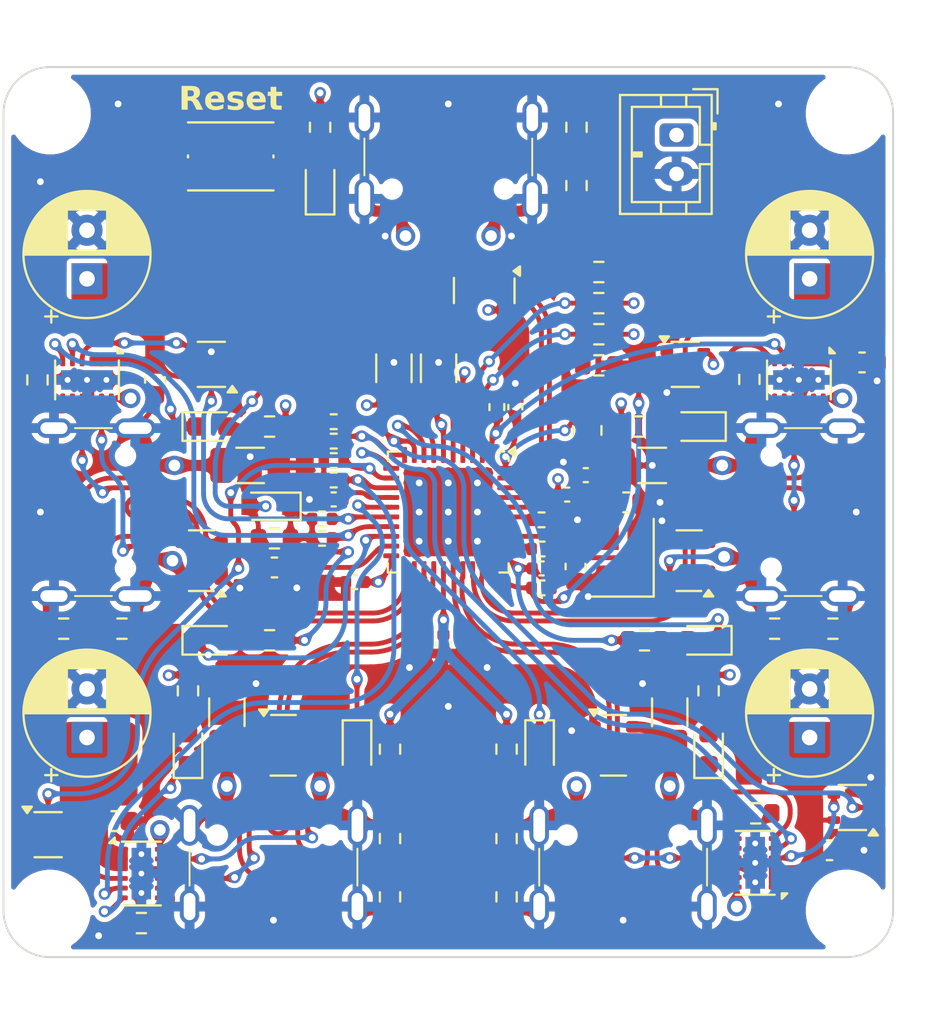
<source format=kicad_pcb>
(kicad_pcb (version 20241229) (generator "pcbnew") (generator_version "9.0")
  (layers (0 "F.Cu" signal) (4 "In1.Cu" power) (6 "In2.Cu" power) (2 "B.Cu" signal) (13 "F.Paste" user) (15 "B.Paste" user) (5 "F.SilkS" user "F.Silkscreen") (7 "B.SilkS" user "B.Silkscreen") (1 "F.Mask" user) (3 "B.Mask" user) (25 "Edge.Cuts" user))
  (net 0 "")
  (net 1 "GND")
  (net 2 "/VCC_{5V}")
  (net 3 "/3V3")
  (net 4 "/X_{IN}")
  (net 5 "Net-(C2-Pad2)")
  (net 6 "/1V0")
  (net 7 "Net-(D6-A)")
  (net 8 "/~{RESET}")
  (net 9 "/A3V3")
  (net 10 "Net-(D9-A)")
  (net 11 "Net-(D3-A)")
  (net 12 "Net-(D4-A)")
  (net 13 "Net-(D5-A)")
  (net 14 "/D_{U}+")
  (net 15 "/D_{U}-")
  (net 16 "Net-(D12-A)")
  (net 17 "/~{SINK}_{1}")
  (net 18 "/D_{1}+")
  (net 19 "Net-(D7-A)")
  (net 20 "/D_{1}-")
  (net 21 "/LED_{1}")
  (net 22 "/LED_{2}")
  (net 23 "/LED_{3}")
  (net 24 "/LED_{4}")
  (net 25 "/~{SINK}_{2}")
  (net 26 "/D_{2}+")
  (net 27 "/D_{2}-")
  (net 28 "/~{SINK}_{3}")
  (net 29 "/D_{3}+")
  (net 30 "/D_{3}-")
  (net 31 "/~{SINK}_{4}")
  (net 32 "/D_{4}-")
  (net 33 "/D_{4}+")
  (net 34 "Net-(D13-A)")
  (net 35 "Net-(J3-SBU2)")
  (net 36 "Net-(J3-CC1)")
  (net 37 "Net-(J3-SBU1)")
  (net 38 "Net-(J3-CC2)")
  (net 39 "Net-(J4-CC2)")
  (net 40 "Net-(J4-SBU2)")
  (net 41 "Net-(J4-CC1)")
  (net 42 "/~{PPON}_{1}")
  (net 43 "Net-(U4-EN)")
  (net 44 "/~{PPON}_{2}")
  (net 45 "/~{PPON}_{3}")
  (net 46 "/~{PPON}_{4}")
  (net 47 "/~{OC}_{2}")
  (net 48 "/~{OC}_{3}")
  (net 49 "/~{OC}_{4}")
  (net 50 "/~{OC}_{1}")
  (net 51 "Net-(J4-SBU1)")
  (net 52 "/LPrwM")
  (net 53 "Net-(U5-REF)")
  (net 54 "/R_{REF}")
  (net 55 "/X_{OUT}")
  (net 56 "Net-(U5-EN)")
  (net 58 "/V_{BUS}M")
  (net 59 "/Vout_{2}")
  (net 60 "/Vout_{4}")
  (net 61 "/Vout_{1}")
  (net 62 "Net-(D8-A)")
  (net 63 "/Vout_{3}")
  (net 64 "Net-(J5-CC2)")
  (net 65 "Net-(J5-CC1)")
  (net 66 "Net-(J5-SBU2)")
  (net 67 "Net-(J5-SBU1)")
  (net 68 "Net-(J6-CC1)")
  (net 69 "Net-(J6-SBU2)")
  (net 70 "Net-(J6-SBU1)")
  (net 71 "Net-(J6-CC2)")
  (net 73 "Net-(J1-CC2)")
  (net 75 "Net-(J1-CC1)")
  (net 76 "Net-(U8-REF)")
  (net 78 "Net-(U9-REF)")
  (net 79 "Net-(U4-REF)")
  (net 84 "Net-(U8-EN)")
  (net 85 "Net-(U9-EN)")
  (footprint "Resistor_SMD:R_0603_1608Metric" (layer "F.Cu") (at 107.75 89.25 180)
    (property "Reference" "R19" (hide yes))
    (property "Value" "10kΩ")
  )
  (footprint "Capacitor_SMD:C_0603_1608Metric" (layer "F.Cu") (at 106.55 102.8 90)
    (property "Reference" "C2" (hide yes))
    (property "Value" "15pF" (hide yes))
  )
  (footprint "Resistor_SMD:R_0603_1608Metric" (layer "F.Cu") (at 91.05 101.35 180)
    (property "Reference" "R5" (hide yes))
    (property "Value" "10kΩ" (hide yes))
  )
  (footprint "Resistor_SMD:R_0603_1608Metric" (layer "F.Cu") (at 116.8 106 180)
    (property "Reference" "R31" (hide yes))
    (property "Value" "100kΩ" (hide yes))
  )
  (footprint "Resistor_SMD:R_0603_1608Metric" (layer "F.Cu") (at 109.8 95.6)
    (property "Reference" "R25" (hide yes))
    (property "Value" "47kΩ" (hide yes))
  )
  (footprint "Package_TO_SOT_SMD:SOT-143" (layer "F.Cu") (at 87.3 102.5 180)
    (property "Reference" "D15" (hide yes))
    (property "Value" "PRTR5V0U2X" (hide yes))
  )
  (footprint "Resistor_SMD:R_0603_1608Metric" (layer "F.Cu") (at 80.2 106 180)
    (property "Reference" "R40" (hide yes))
    (property "Value" "100kΩ" (hide yes))
  )
  (footprint "Resistor_SMD:R_0603_1608Metric" (layer "F.Cu") (at 106.6 83.2 -90)
    (property "Reference" "R2" (hide yes))
    (property "Value" "5.1kΩ")
  )
  (footprint "Resistor_SMD:R_0603_1608Metric" (layer "F.Cu") (at 93.4 80.2 -90)
    (property "Reference" "R15" (hide yes))
    (property "Value" "15kΩ")
  )
  (footprint "_platinumegg:USB_C_Receptacle_5077CR-16SMC2" (layer "F.Cu") (at 109 122.8 180)
    (property "Reference" "J4" (hide yes))
    (property "Value" "5077CR-16SMC2" (hide yes))
  )
  (footprint "Package_TO_SOT_SMD:SOT-143" (layer "F.Cu") (at 101.85 88.6 -90)
    (property "Reference" "D1" (hide yes))
    (property "Value" "PRTR5V0U2X" (hide yes))
  )
  (footprint "Resistor_SMD:R_0402_1005Metric" (layer "F.Cu") (at 94.1 96.35)
    (property "Reference" "R14" (hide yes))
    (property "Value" "10kΩ" (hide yes))
  )
  (footprint "LED_SMD:LED_0603_1608Metric" (layer "F.Cu") (at 95.3 112.2 -90)
    (property "Reference" "D6" (hide yes))
    (property "Value" "White" (hide yes))
  )
  (footprint "Capacitor_SMD:C_0402_1005Metric" (layer "F.Cu") (at 104.8 102.9)
    (property "Reference" "C10" (hide yes))
    (property "Value" "0.1uF" (hide yes))
  )
  (footprint "LED_SMD:LED_0603_1608Metric" (layer "F.Cu") (at 93.4 83.2 90)
    (property "Reference" "D5" (hide yes))
    (property "Value" "Orange" (hide yes))
  )
  (footprint "Capacitor_THT:CP_Radial_D6.3mm_P2.50mm" (layer "F.Cu") (at 118.6 111.6 90)
    (property "Reference" "C14" (hide yes))
    (property "Value" "150uF" (hide yes))
  )
  (footprint "Resistor_SMD:R_0402_1005Metric" (layer "F.Cu") (at 104.8 101.9)
    (property "Reference" "R1" (hide yes))
    (property "Value" "680Ω")
  )
  (footprint "Capacitor_SMD:C_0402_1005Metric" (layer "F.Cu") (at 106.12 99.1)
    (property "Reference" "C9" (hide yes))
    (property "Value" "0.1uF" (hide yes))
  )
  (footprint "Capacitor_SMD:C_1206_3216Metric" (layer "F.Cu") (at 111.4 110.3 90)
    (property "Reference" "C18" (hide yes))
    (property "Value" "4.7uF" (hide yes))
  )
  (footprint "_platinumegg:WSON-12-1EP_3x2mm_P0.5mm_EP1x2.65_ThermalVias" (layer "F.Cu") (at 81.4 93.2 -90)
    (property "Reference" "U9" (hide yes))
    (property "Value" "TPS25821")
  )
  (footprint "Resistor_SMD:R_0603_1608Metric" (layer "F.Cu") (at 90.8 106.6 180)
    (property "Reference" "R22" (hide yes))
    (property "Value" "33kΩ")
  )
  (footprint "LED_SMD:LED_0603_1608Metric" (layer "F.Cu") (at 87.8 95.6)
    (property "Reference" "D13" (hide yes))
    (property "Value" "Aqua" (hide yes))
  )
  (footprint "Capacitor_SMD:C_0603_1608Metric" (layer "F.Cu") (at 119.625 117.4)
    (property "Reference" "C16" (hide yes))
    (property "Value" "0.1uF" (hide yes))
  )
  (footprint "Resistor_SMD:R_0402_1005Metric" (layer "F.Cu") (at 93.5 101.35)
    (property "Reference" "R24" (hide yes))
    (property "Value" "10kΩ" (hide yes))
  )
  (footprint "Package_TO_SOT_SMD:SOT-353_SC-70-5" (layer "F.Cu") (at 120.8 115.2 180)
    (property "Reference" "U3" (hide yes))
    (property "Value" "TC7SH00FU" (hide yes))
  )
  (footprint "Resistor_SMD:R_0402_1005Metric" (layer "F.Cu") (at 104.8 103.9 180)
    (property "Reference" "R7" (hide yes))
    (property "Value" "10kΩ")
  )
  (footprint "Connector_JST:JST_PH_B2B-PH-K_1x02_P2.00mm_Vertical" (layer "F.Cu") (at 111.75 80.6 -90)
    (property "Reference" "J2" (hide yes))
    (property "Value" "Conn_01x02" (hide yes))
  )
  (footprint "Capacitor_SMD:C_1206_3216Metric" (layer "F.Cu") (at 99.5 92.6 90)
    (property "Reference" "C4" (hide yes))
    (property "Value" "4.7uF" (hide yes))
  )
  (footprint "Package_TO_SOT_SMD:SOT-143" (layer "F.Cu") (at 91.5 112)
    (property "Reference" "D14" (hide yes))
    (property "Value" "PRTR5V0U2X" (hide yes))
  )
  (footprint "Resistor_SMD:R_0603_1608Metric" (layer "F.Cu") (at 103 116.8 90)
    (property "Reference" "R32" (hide yes))
    (property "Value" "100kΩ" (hide yes))
  )
  (footprint "_platinumegg:SW_Push_1P1T_alps_SKRP" (layer "F.Cu") (at 88.8 81.7 180)
    (property "Reference" "SW1" (hide yes))
    (property "Value" "SKRPACE010" (hide yes))
  )
  (footprint "LED_SMD:LED_0603_1608Metric" (layer "F.Cu") (at 86.6 112.2 90)
    (property "Reference" "D12" (hide yes))
    (property "Value" "Aqua" (hide yes))
  )
  (footprint "Resistor_SMD:R_0402_1005Metric" (layer "F.Cu") (at 94.1 98.35)
    (property "Reference" "R18" (hide yes))
    (property "Value" "10kΩ" (hide yes))
  )
  (footprint "Resistor_SMD:R_0402_1005Metric" (layer "F.Cu") (at 102.5 94.6 -90)
    (property "Reference" "R8" (hide yes))
    (property "Value" "10kΩ" (hide yes))
  )
  (footprint "Capacitor_SMD:C_0402_1005Metric" (layer "F.Cu") (at 95.2 103.6 180)
    (property "Reference" "C7" (hide yes))
    (property "Value" "0.1uF" (hide yes))
  )
  (footprint "_platinumegg:MountingHole_2.2mm" (layer "F.Cu") (at 120.5 120.5)
    (property "Reference" "H3")
    (property "Value" "m2")
  )
  (footprint "Capacitor_SMD:C_1206_3216Metric" (layer "F.Cu") (at 97.2 92.6 90)
    (property "Reference" "C5" (hide yes))
    (property "Value" "4.7uF" (hide yes))
  )
  (footprint "Capacitor_SMD:C_1206_3216Metric" (layer "F.Cu") (at 89.8 97.6)
    (property "Reference" "C24" (hide yes))
    (property "Value" "4.7uF" (hide yes))
  )
  (footprint "Resistor_SMD:R_0402_1005Metric" (layer "F.Cu") (at 94.1 97.35)
    (property "Reference" "R17" (hide yes))
    (property "Value" "10kΩ")
  )
  (footprint "LED_SMD:LED_0603_1608Metric" (layer "F.Cu") (at 104.7 112.2 -90)
    (property "Reference" "D4" (hide yes))
    (property "Value" "White" (hide yes))
  )
  (footprint "_platinumegg:WSON-12-1EP_3x2mm_P0.5mm_EP1x2.65_ThermalVias" (layer "F.Cu") (at 115.8 118.05 180)
    (property "Reference" "U5" (hide yes))
    (property "Value" "TPS25821")
  )
  (footprint "Resistor_SMD:R_0603_1608Metric" (layer "F.Cu") (at 119.8 106)
    (property "Reference" "R29" (hide yes))
    (property "Value" "100kΩ" (hide yes))
  )
  (footprint "Resistor_SMD:R_0603_1608Metric" (layer "F.Cu") (at 83.2 106)
    (property "Reference" "R38" (hide yes))
    (property "Value" "100kΩ" (hide yes))
  )
  (footprint "_platinumegg:WSON-12-1EP_3x2mm_P0.5mm_EP1x2.65_ThermalVias" (layer "F.Cu") (at 118.05 93.2 -90)
    (property "Reference" "U4" (hide yes))
    (property "Value" "TPS25821")
  )
  (footprint "Resistor_SMD:R_0603_1608Metric" (layer "F.Cu") (at 84.2 121.15 180)
    (property "Reference" "R35" (hide yes))
    (property "Value" "100kΩ" (hide yes))
  )
  (footprint "Capacitor_THT:CP_Radial_D6.3mm_P2.50mm" (layer "F.Cu") (at 81.4 111.6 90)
    (property "Reference" "C19" (hide yes))
    (property "Value" "150uF" (hide yes))
  )
  (footprint "_platinumegg:USB_C_Receptacle_5077CR-16SMC2" (layer "F.Cu") (at 91 122.8 180)
    (property "Reference" "J5" (hide yes))
    (property "Value" "5077CR-16SMC2" (hide yes))
  )
  (footprint "Capacitor_SMD:C_0402_1005Metric" (layer "F.Cu") (at 103.45 94.6 90)
    (property "Reference" "C11" (hide yes))
    (property "Value" "0.1uF" (hide yes))
  )
  (footprint "LED_SMD:LED_0603_1608Metric" (layer "F.Cu") (at 87.8 106.6)
    (property "Reference" "D7" (hide yes))
    (property "Value" "White" (hide yes))
  )
  (footprint "Capacitor_SMD:C_0402_1005Metric" (layer "F.Cu") (at 107.08 98.1 180)
    (property "Reference" "C12" (hide yes))
    (property "Value" "0.1uF" (hide yes))
  )
  (footprint "Resistor_SMD:R_0603_1608Metric" (layer "F.Cu") (at 86.6 109.2 -90)
    (property "Reference" "R33" (hide yes))
    (property "Value" "47kΩ" (hide yes))
  )
  (footprint "Resistor_SMD:R_0603_1608Metric" (layer "F.Cu") (at 107.75 90.85 180)
    (property "Reference" "R11" (hide yes))
    (property "Value" "10kΩ")
  )
  (footprint "Resistor_SMD:R_0603_1608Metric" (layer "F.Cu") (at 115.5 93.175 90)
    (property "Reference" "R27" (hide yes))
    (property "Value" "100kΩ" (hide yes))
  )
  (footprint "Capacitor_SMD:C_1206_3216Metric" (layer "F.Cu") (at 88.6 110.3 90)
    (property "Reference" "C23" (hide yes))
    (property "Value" "4.7uF" (hide yes))
  )
  (footprint "Capacitor_SMD:C_0603_1608Metric" (layer "F.Cu") (at 109.15 99.5 180)
    (property "Reference" "C1" (hide yes))
    (property "Value" "15pF" (hide yes))
  )
  (footprint "Resistor_SMD:R_0603_1608Metric" (layer "F.Cu") (at 97 119.8 -90)
    (property "Reference" "R39" (hide yes))
    (property "Value" "100kΩ" (hide yes))
  )
  (footprint "Resistor_SMD:R_0603_1608Metric" (layer "F.Cu") (at 106.6 80.2 -90)
    (property "Reference" "R3" (hide yes))
    (property "Value" "5.1kΩ")
  )
  (footprint "Capacitor_SMD:C_0402_1005Metric" (layer "F.Cu") (at 94.1 99.35 180)
    (property "Reference" "C8" (hide yes))
    (property "Value" "0.1uF" (hide yes))
  )
  (footprint "_platinumegg:Rohm_UMD2" (layer "F.Cu") (at 90.8 99.7 180)
    (property "Reference" "D2" (hide yes))
    (property "Value" "RB510VM-40" (hide yes))
  )
  (footprint "Package_TO_SOT_SMD:SOT-353_SC-70-5" (layer "F.Cu") (at 87.8 92.4 180)
    (property "Reference" "U7" (hide yes))
    (property "Value" "TC7SH00FU" (hide yes))
  )
  (footprint "Resistor_SMD:R_0603_1608Metric" (layer "F.Cu") (at 97 116.8 90)
    (property "Reference" "R37" (hide yes))
    (property "Value" "100kΩ" (hide yes))
  )
  (footprint "_platinumegg:QFN-40-1EP_6x6mm_P0.5mm_EP4.6x4.6mm" (layer "F.Cu") (at 100 100 -90)
    (property "Reference" "U1" (hide yes))
    (property "Value" "μPD720115")
  )
  (footprint "Capacitor_SMD:C_1206_3216Metric" (layer "F.Cu") (at 110.5 97.6 180)
    (property "Reference" "C17" (hide yes))
    (property "Value" "4.7uF" (hide yes))
  )
  (footprint "_platinumegg:MountingHole_2.2mm" (layer "F.Cu") (at 79.5 120.5)
    (property "Reference" "H4")
    (property "Value" "m2")
  )
  (footprint "Resistor_SMD:R_0603_1608Metric" (layer "F.Cu") (at 110.1 106.6)
    (property "Reference" "R6" (hide yes))
    (property "Value" "33kΩ")
  )
  (footprint "Capacitor_THT:CP_Radial_D6.3mm_P2.50mm" (layer "F.Cu") (at 118.6 88 90)
    (property "Reference" "C13" (hide yes))
    (property "Value" "150uF" (hide yes))
  )
  (footprint "Resistor_SMD:R_0603_1608Metric" (layer "F.Cu") (at 103 112.2 -90)
    (property "Reference" "R12" (hide yes))
    (property "Value" "33kΩ")
  )
  (footprint "Capacitor_SMD:C_0402_1005Metric" (layer "F.Cu") (at 99.75 106.8 -90)
    (property "Reference" "C6" (hide yes))
    (property "Value" "0.1uF" (hide yes))
  )
  (footprint "Capacitor_THT:CP_Radial_D6.3mm_P2.50mm" (layer "F.Cu") (at 81.4 88 90)
    (property "Reference" "C20" (hide yes))
    (property "Value" "150uF" (hide yes))
  )
  (footprint "Resistor_SMD:R_0402_1005Metric" (layer "F.Cu") (at 94.1 95.35)
    (property "Reference" "R13" (hide yes))
    (property "Value" "10kΩ")
  )
  (footprint "Crystal:Crystal_SMD_SeikoEpson_TSX3225-4Pin_3.2x2.5mm" (layer "F.Cu") (at 109 102.35 90)
    (property "Reference" "Y1" (hide yes))
    (property "Value" "24MHz" (hide yes))
  )
  (footprint "Resistor_SMD:R_0402_1005Metric" (layer "F.Cu") (at 104.8 100.4 180)
    (property "Reference" "R4" (hide yes))
    (property "Value" "1.6kΩ")
  )
  (footprint "Resistor_SMD:R_0603_1608Metric" (layer "F.Cu") (at 90.8 95.6 180)
    (property "Reference" "R34" (hide yes))
    (property "Value" "47kΩ" (hide yes))
  )
  (footprint "_platinumegg:MountingHole_2.2mm" (layer "F.Cu") (at 79.5 79.5)
    (property "Reference" "H1")
    (property "Value" "m2")
  )
  (footprint "Resistor_SMD:R_0603_1608Metric" (layer "F.Cu") (at 113.4 109.2 -90)
    (property "Reference" "R26" (hide yes))
    (property "Value" "47kΩ" (hide yes))
  )
  (footprint "Resistor_SMD:R_0402_1005Metric" (layer "F.Cu") (at 93.5 100.35)
    (property "Reference" "R23" (hide yes))
    (property "Value" "10kΩ")
  )
  (footprint "Resistor_SMD:R_0603_1608Metric" (layer "F.Cu") (at 78.85 93.2 90)
    (property "Reference" "R36" (hide yes))
    (property "Value" "100kΩ" (hide yes))
  )
  (footprint "_platinumegg:WSON-12-1EP_3x2mm_P0.5mm_EP1x2.65_ThermalVias" (layer "F.Cu") (at 84.2 118.6)
    (property "Reference" "U8" (hide yes))
    (property "Value" "TPS25821")
  )
  (footprint "Resistor_SMD:R_0603_1608Metric" (layer "F.Cu") (at 115.825 115.5)
    (property "Reference" "R28" (hide yes))
    (property "Value" "100kΩ" (hide yes))
  )
  (footprint "_platinumegg:USB_C_Receptacle_5077CR-16SMC2" (layer "F.Cu") (at 77.2 100 90)
    (property "Reference" "J6" (hide yes))
    (property "Value" "5077CR-16SMC2" (hide yes))
  )
  (footprint "Package_TO_SOT_SMD:SOT-143" (layer "F.Cu") (at 108.5 112)
    (property "Reference" "D11" (hide yes))
    (property "Value" "PRTR5V0U2X" (hide yes))
  )
  (footprint "LED_SMD:LED_0603_1608Metric" (layer "F.Cu") (at 113.4 112.2 90)
    (property "Reference" "D9" (hide yes))
    (property "Value" "Aqua" (hide yes))
  )
  (footprint "LED_SMD:LED_0603_1608Metric" (layer "F.Cu") (at 113.1 106.6 180)
    (property "Reference" "D3" (hide yes))
    (property "Value" "White" (hide yes))
  )
  (footprint "_platinumegg:USB_C_Receptacle_5077CR-16SMC2" (layer "F.Cu") (at 122.8 100 -90)
    (property "Reference" "J3" (hide yes))
    (property "Value" "5077CR-16SMC2")
  )
  (footprint "_platinumegg:USB_C_Receptacle_5077CR-16SMC2" (layer "F.Cu") (at 100 77.2)
    (property "Reference" "J1" (hide yes))
    (property "Value" "5077CR-16SMC2" (hide yes))
  )
  (footprint "Resistor_SMD:R_0603_1608Metric" (layer "F.Cu") (at 97 112.2 -90)
    (property "Reference" "R16" (hide yes))
    (property "Value" "33kΩ")
  )
  (footprint "LED_SMD:LED_0603_1608Metric" (layer "F.Cu") (at 112.8 95.6 180)
    (property "Reference" "D8" (hide yes))
    (property "Value" "Aqua" (hide yes))
  )
  (footprint "Package_TO_SOT_SMD:SOT-143" (layer "F.Cu") (at 112.4 102.5 180)
    (property "Reference" "D10" (hide yes))
    (property "Value" "PRTR5V0U2X" (hide yes))
  )
  (footprint "Resistor_SMD:R_0603_1608Metric" (layer "F.Cu") (at 107.75 87.65)
    (property "Reference" "R20" (hide yes))
    (property "Value" "15kΩ")
  )
  (footprint "Resistor_SMD:R_0603_1608Metric" (layer "F.Cu") (at 103 119.8 -90)
    (property "Reference" "R30" (hide yes))
    (property "Value" "100kΩ" (hide yes))
  )
  (footprint "Capacitor_SMD:C_0603_1608Metric" (layer "F.Cu") (at 121.3 92.3)
    (property "Reference" "C15" (hide yes))
    (property "Value" "0.1uF" (hide yes))
  )
  (footprint "_platinumegg:MountingHole_2.2mm" (layer "F.Cu") (at 120.5 79.5)
    (property "Reference" "H2")
    (property "Value" "m2")
  )
  (footprint "Resistor_SMD:R_0603_1608Metric" (layer "F.Cu") (at 107.75 92.45)
    (property "Reference" "R10" (hide yes))
    (property "Value" "15kΩ")
  )
  (footprint "Package_TO_SOT_SMD:SOT-353_SC-70-5" (layer "F.Cu") (at 112.2 92.4)
    (property "Reference" "U2" (hide yes))
    (property "Value" "TC7SH00FU" (hide yes))
  )
  (footprint "Resistor_SMD:R_0805_2012Metric" (layer "F.Cu") (at 107.15 95.8 -90)
    (property "Reference" "FB1" (hide yes))
    (property "Value" "BLM21SP601SN1D" (hide yes))
  )
  (footprint "Capacitor_SMD:C_0603_1608Metric" (layer "F.Cu") (at 82.8 115.9)
    (property "Reference" "C21" (hide yes))
    (property "Value" "0.1uF" (hide yes))
  )
  (footprint "Capacitor_SMD:C_0603_1608Metric" (layer "F.Cu") (at 91.05 102.85 180)
    (property "Reference" "C3" (hide yes))
    (property "Value" "1uF")
  )
  (footprint "Capacitor_SMD:C_0603_1608Metric" (layer "F.Cu") (at 84.9 93.2 -90)
    (property "Reference" "C22" (hide yes))
    (property "Value" "0.1uF" (hide yes))
  )
  (footprint "Package_TO_SOT_SMD:SOT-353_SC-70-5" (layer "F.Cu") (at 79.4 116.6)
    (property "Reference" "U6" (hide yes))
    (property "Value" "TC7SH00FU" (hide yes))
  )
  (gr_line (start 79.5 77.1) (end 120.5 77.1) (stroke (width 0.1)) (layer "Edge.Cuts"))
  (gr_line (start 122.9 79.5) (end 122.9 120.5) (stroke (width 0.1)) (layer "Edge.Cuts"))
  (gr_arc (start 77.1 79.5) (mid 77.802944 77.802944) (end 79.5 77.1) (stroke (width 0.1)) (layer "Edge.Cuts"))
  (gr_arc (start 120.5 77.1) (mid 122.197056 77.802944) (end 122.9 79.5) (stroke (width 0.1)) (layer "Edge.Cuts"))
  (gr_arc (start 79.5 122.9) (mid 77.802944 122.197056) (end 77.1 120.5) (stroke (width 0.1)) (layer "Edge.Cuts"))
  (gr_arc (start 122.9 120.5) (mid 122.197056 122.197056) (end 120.5 122.9) (stroke (width 0.1)) (layer "Edge.Cuts"))
  (gr_line (start 120.5 122.9) (end 79.5 122.9) (stroke (width 0.1)) (layer "Edge.Cuts"))
  (gr_line (start 77.1 120.5) (end 77.1 79.5) (stroke (width 0.1)) (layer "Edge.Cuts"))
  (gr_text "Reset" (at 88.8 79.5 0) (layer "F.SilkS") (effects (font (size 1.2 1.2) (thickness 0.25) (bold yes)) (justify bottom)))
  (segment (start 107.2 104.225) (end 107.2 104.35) (width 0.25) (layer "F.Cu") (net 1))
  (segment (start 118.3 93.45) (end 118.05 93.2) (width 0.25) (layer "F.Cu") (net 1))
  (segment (start 113.019412 115.819411) (end 113.32 116.12) (width 0.57) (layer "F.Cu") (net 1))
  (segment (start 97 115.975) (end 95.67006 115.975) (width 0.25) (layer "F.Cu") (net 1))
  (segment (start 95.019412 115.819411) (end 95.32 116.12) (width 0.57) (layer "F.Cu") (net 1))
  (segment (start 83.687348 120.837653) (end 83.375 121.15) (width 0.25) (layer "F.Cu") (net 1))
  (segment (start 114.755736 103.5) (end 114.003553 103.5) (width 0.57) (layer "F.Cu") (net 1))
  (segment (start 108.075 103.575) (end 108.2 103.45) (width 0.8) (layer "F.Cu") (net 1))
  (segment (start 120.625 106) (end 120.625 104.645) (width 0.25) (layer "F.Cu") (net 1))
  (segment (start 79.375 106) (end 79.375 104.645) (width 0.5) (layer "F.Cu") (net 1))
  (segment (start 84.415632 95.144368) (end 83.88 95.68) (width 0.25) (layer "F.Cu") (net 1))
  (segment (start 115.8 116.65) (end 115.8 117.05) (width 0.25) (layer "F.Cu") (net 1))
  (segment (start 106.65 100.4) (end 105.31 100.4) (width 0.25) (layer "F.Cu") (net 1))
  (segment (start 103 115.975) (end 104.32994 115.975) (width 0.25) (layer "F.Cu") (net 1))
  (segment (start 86.980588 115.819411) (end 86.68 116.12) (width 0.57) (layer "F.Cu") (net 1))
  (segment (start 102.9375 100.75) (end 101.5 100.75) (width 0.25) (layer "F.Cu") (net 1))
  (segment (start 115.5 92.35) (end 116.137867 92.987867) (width 0.25) (layer "F.Cu") (net 1))
  (segment (start 109.025 97.6) (end 109.217893 97.792893) (width 0.25) (layer "F.Cu") (net 1))
  (segment (start 87.8 115.48) (end 87.8 115.130439) (width 0.57) (layer "F.Cu") (net 1))
  (segment (start 116.65 115.5) (end 116.012133 116.137867) (width 0.25) (layer "F.Cu") (net 1))
  (segment (start 84.9 93.975) (end 84.507763 93.582763) (width 0.25) (layer "F.Cu") (net 1))
  (segment (start 79.162347 92.687348) (end 78.85 92.375) (width 0.25) (layer "F.Cu") (net 1))
  (segment (start 97.2 92.3) (end 97.2 91.125) (width 0.25) (layer "F.Cu") (net 1))
  (segment (start 92.85 99.35) (end 93.62 99.35) (width 0.25) (layer "F.Cu") (net 1))
  (segment (start 115.819411 95.980588) (end 116.12 95.68) (width 0.57) (layer "F.Cu") (net 1))
  (segment (start 106.55 103.575) (end 106.55 103.7) (width 0.25) (layer "F.Cu") (net 1))
  (segment (start 85.15 118.35) (end 84.803553 118.35) (width 0.25) (layer "F.Cu") (net 1))
  (segment (start 89.8 97.15) (end 90.188604 97.15) (width 0.25) (layer "F.Cu") (net 1))
  (segment (start 106.6375 79.4125) (end 106.6 79.375) (width 0.25) (layer "F.Cu") (net 1))
  (segment (start 114.85 118.3) (end 115.55 118.3) (width 0.25) (layer "F.Cu") (net 1))
  (segment (start 106.55 103.575) (end 108.075 103.575) (width 0.8) (layer "F.Cu") (net 1))
  (segment (start 84.025 106) (end 84.025 104.67006) (width 0.5) (layer "F.Cu") (net 1))
  (segment (start 121.4 117.4) (end 120.4 117.4) (width 0.25) (layer "F.Cu") (net 1))
  (segment (start 101.5 100.75) (end 101.5 100) (width 0.25) (layer "F.Cu") (net 1))
  (segment (start 110.317158 100.732843) (end 109.8 101.25) (width 0.25) (layer "F.Cu") (net 1))
  (segment (start 108.1 103.45) (end 108.2 103.45) (width 0.25) (layer "F.Cu") (net 1))
  (segment (start 110 108.825) (end 111.4 108.825) (width 0.25) (layer "F.Cu") (net 1))
  (segment (start 90.5 111.25) (end 90.5 109.790685) (width 0.25) (layer "F.Cu") (net 1))
  (segment (start 111.25 93.85) (end 111.25 93.05) (width 0.25) (layer "F.Cu") (net 1))
  (segment (start 106.125018 103.250018) (end 106.55 103.675) (width 0.5) (layer "F.Cu") (net 1))
  (segment (start 90.1 108.825) (end 88.6 108.825) (width 0.25) (layer "F.Cu") (net 1))
  (segment (start 83.77 95.68) (end 82.55 96.9) (width 0.25) (layer "F.Cu") (net 1))
  (segment (start 79.7 104.32) (end 79.375 104.645) (width 0.5) (layer "F.Cu") (net 1))
  (segment (start 115.975 106) (end 115.975 104.67006) (width 0.25) (layer "F.Cu") (net 1))
  (segment (start 97 120.625) (end 96.104619 120.625) (width 0.25) (layer "F.Cu") (net 1))
  (segment (start 103 120.625) (end 103.895381 120.625) (width 0.25) (layer "F.Cu") (net 1))
  (segment (start 106.35 111.25) (end 107.5 111.25) (width 0.25) (layer "F.Cu") (net 1))
  (segment (start 110.9 99.5) (end 109.925 99.5) (width 0.25) (layer "F.Cu") (net 1))
  (segment (start 115.805269 104.005269) (end 116.12 104.32) (width 0.57) (layer "F.Cu") (net 1))
  (segment (start 121.75 113.65) (end 121.75 114.55) (width 0.25) (layer "F.Cu") (net 1))
  (segment (start 88.75 91.75) (end 87.8 91.75) (width 0.25) (layer "F.Cu") (net 1))
  (segment (start 109.801825 101.194054) (end 109.801825 99.797371) (width 0.25) (layer "F.Cu") (net 1))
  (segment (start 115.55 118.3) (end 115.8 118.05) (width 0.25) (layer "F.Cu") (net 1))
  (segment (start 84.24392 103.95608) (end 83.88 104.32) (width 0.57) (layer "F.Cu") (net 1))
  (segment (start 87.2 114.1) (end 87.495622 114.395616) (width 0.57) (layer "F.Cu") (net 1))
  (segment (start 106.6 98.1) (end 105.925 97.425) (width 0.25) (layer "F.Cu") (net 1))
  (segment (start 110.5 97.6) (end 109.025 97.6) (width 0.25) (layer "F.Cu") (net 1))
  (segment (start 100.75 98.5) (end 100 98.5) (width 0.25) (layer "F.Cu") (net 1))
  (segment (start 116.65 93.2) (end 117.05 93.2) (width 0.25) (layer "F.Cu") (net 1))
  (segment (start 84.180589 95.980588) (end 83.88 95.68) (width 0.57) (layer "F.Cu") (net 1))
  (segment (start 109.8 101.25) (end 109.801825 101.194054) (width 0.25) (layer "F.Cu") (net 1))
  (segment (start 83.88 95.68) (end 83.77 95.68) (width 0.25) (layer "F.Cu") (net 1))
  (segment (start 104.465 84.025) (end 104.32 83.88) (width 0.25) (layer "F.Cu") (net 1))
  (segment (start 103.2 84.52) (end 103.68 84.52) (width 0.57) (layer "F.Cu") (net 1))
  (segment (start 88.740797 103.690797) (end 88.3 103.25) (width 0.25) (layer "F.Cu") (net 1))
  (segment (start 104.980588 115.819411) (end 104.68 116.12) (width 0.57) (layer "F.Cu") (net 1))
  (segment (start 81.65 94.15) (end 81.65 93.803553) (width 0.25) (layer "F.Cu") (net 1))
  (segment (start 106.6 99.1) (end 106.6 98.1) (width 0.25) (layer "F.Cu") (net 1))
  (segment (start 104.645 79.375) (end 104.32 79.7) (width 0.25) (layer "F.Cu") (net 1))
  (segment (start 118.3 94.15) (end 118.3 93.45) (width 0.25) (layer "F.Cu") (net 1))
  (segment (start 99.5 92.3) (end 99.5 91.125) (width 0.25) (layer "F.Cu") (net 1))
  (segment (start 120.625 104.645) (end 120.3 104.32) (width 0.25) (layer "F.Cu") (net 1))
  (segment (start 105.925 97.425) (end 105.8 97.3) (width 0.25) (layer "F.Cu") (net 1))
  (segment (start 115.983209 104.32) (end 116.12 104.32) (width 0.25) (layer "F.Cu") (net 1))
  (segment (start 82.4 93.2) (end 83.583691 93.2) (width 0.25) (layer "F.Cu") (net 1))
  (segment (start 96.8 84.52) (end 96.32 84.52) (width 0.57) (layer "F.Cu") (net 1))
  (segment (start 84.52 103.2) (end 84.52 103.289564) (width 0.57) (layer "F.Cu") (net 1))
  (segment (start 103.45 94.12) (end 103.45 93.38) (width 0.25) (layer "F.Cu") (net 1))
  (via (at 111 100.45) (size 0.6) (drill 0.35) (layers "F.Cu" "B.Cu") (net 1))
  (via (at 102 108) (size 0.6) (drill 0.35) (layers "F.Cu" "B.Cu") (net 1))
  (via (at 97.2 92.3) (size 0.6) (drill 0.35) (layers "F.Cu" "B.Cu") (net 1))
  (via (at 110 108.825) (size 0.6) (drill 0.35) (layers "F.Cu" "B.Cu") (net 1))
  (via (at 98.5 98.5) (size 0.6) (drill 0.35) (layers "F.Cu" "B.Cu") (net 1))
  (via (at 121 100) (size 0.6) (drill 0.35) (layers "F.Cu" "B.Cu") (net 1))
  (via (at 96.75 85.8) (size 0.6) (drill 0.35) (layers "F.Cu" "B.Cu") (net 1))
  (via (at 121.4 117.4) (size 0.6) (drill 0.35) (layers "F.Cu" "B.Cu") (net 1))
  (via (at 82 121.8) (size 0.6) (drill 0.35) (layers "F.Cu" "B.Cu") (net 1))
  (via (at 79 100) (size 0.6) (drill 0.35) (layers "F.Cu" "B.Cu") (net 1))
  (via (at 106.65 100.4) (size 0.6) (drill 0.35) (layers "F.Cu" "B.Cu") (net 1))
  (via (at 105.925 97.425) (size 0.6) (drill 0.35) (layers "F.Cu" "B.Cu") (net 1))
  (via (at 100 101.5) (size 0.6) (drill 0.35) (layers "F.Cu" "B.Cu") (net 1))
  (via (at 92.85 99.35) (size 0.6) (drill 0.35) (layers "F.Cu" "B.Cu") (net 1))
  (via (at 117 79) (size 0.6) (drill 0.35) (layers "F.Cu" "B.Cu") (net 1))
  (via (at 91 121) (size 0.6) (drill 0.35) (layers "F.Cu" "B.Cu") (net 1))
  (via (at 122.075 93.25) (size 0.6) (drill 0.35) (layers "F.Cu" "B.Cu") (net 1))
  (via (at 98 108) (size 0.6) (drill 0.35) (layers "F.Cu" "B.Cu") (net 1))
  (via (at 89.8 97.15) (size 0.6) (drill 0.35) (layers "F.Cu" "B.Cu") (net 1))
  (via (at 101.5 101.5) (size 0.6) (drill 0.35) (layers "F.Cu" "B.Cu") (net 1))
  (via (at 106.35 111.25) (size 0.6) (drill 0.35) (layers "F.Cu" "B.Cu") (net 1))
  (via (at 110.9 99.5) (size 0.6) (drill 0.35) (layers "F.Cu" "B.Cu") (net 1))
  (via (at 103.45 93.38) (size 0.6) (drill 0.35) (layers "F.Cu" "B.Cu") (net 1))
  (via (at 100 100) (size 0.6) (drill 0.35) (layers "F.Cu" "B.Cu") (net 1))
  (via (at 103.25 85.8) (size 0.6) (drill 0.35) (layers "F.Cu" "B.Cu") (net 1))
  (via (at 90.1 108.825) (size 0.6) (drill 0.35) (layers "F.Cu" "B.Cu") (net 1))
  (via (at 87.8 91.75) (size 0.6) (drill 0.35) (layers "F.Cu" "B.Cu") (net 1))
  (via (at 109 121) (size 0.6) (drill 0.35) (layers "F.Cu" "B.Cu") (net 1))
  (via (at 101.5 100) (size 0.6) (drill 0.35) (layers "F.Cu" "B.Cu") (net 1))
  (via (at 98.5 101.5) (size 0.6) (drill 0.35) (layers "F.Cu" "B.Cu") (net 1))
  (via (at 99.5 92.3) (size 0.6) (drill 0.35) (layers "F.Cu" "B.Cu") (net 1))
  (via (at 121.75 113.65) (size 0.6) (drill 0.35) (layers "F.Cu" "B.Cu") (net 1))
  (via (at 79 83) (size 0.6) (drill 0.35) (layers "F.Cu" "B.Cu") (net 1))
  (via (at 89.27 103.91) (size 0.6) (drill 0.35) (layers "F.Cu" "B.Cu") (net 1))
  (via (at 107.2 104.35) (size 0.6) (drill 0.35) (layers "F.Cu" "B.Cu") (net 1))
  (via (at 83 79) (size 0.6) (drill 0.35) (layers "F.Cu" "B.Cu") (net 1))
  (via (at 101.5 98.5) (size 0.6) (drill 0.35) (layers "F.Cu" "B.Cu") (net 1))
  (via (at 111.25 93.85) (size 0.6) (drill 0.35) (layers "F.Cu" "B.Cu") (net 1))
  (via (at 100 79) (size 0.6) (drill 0.35) (layers "F.Cu" "B.Cu") (net 1))
  (via (at 110.5 97.6) (size 0.6) (drill 0.35) (layers "F.Cu" "B.Cu") (net 1))
  (via (at 100 98.5) (size 0.6) (drill 0.35) (layers "F.Cu" "B.Cu") (net 1))
  (via (at 92.2 103.9) (size 0.6) (drill 0.35) (layers "F.Cu" "B.Cu") (net 1))
  (via (at 100 110) (size 0.6) (drill 0.35) (layers "F.Cu" "B.Cu") (net 1))
  (via (at 98.5 100) (size 0.6) (drill 0.35) (layers "F.Cu" "B.Cu") (net 1))
  (arc (start 115.975 104.67006) (mid 116.012685 104.480609) (end 116.12 104.32) (width 0.25) (layer "F.Cu") (net 1))
  (arc (start 103.68 84.52) (mid 104.132548 84.332548) (end 104.32 83.88) (width 0.57) (layer "F.Cu") (net 1))
  (arc (start 87.8 115.130439) (mid 87.720895 114.732755) (end 87.495622 114.395616) (width 0.57) (layer "F.Cu") (net 1))
  (arc (start 83.583691 93.2) (mid 84.083795 93.299477) (end 84.507763 93.582763) (width 0.25) (layer "F.Cu") (net 1))
  (arc (start 112.2 115.48) (mid 112.643462 115.56821) (end 113.019412 115.819411) (width 0.57) (layer "F.Cu") (net 1))
  (arc (start 84.2 119.6) (mid 84.066766 120.269813) (end 83.687348 120.837653) (width 0.25) (layer "F.Cu") (net 1))
  (arc (start 84.9 93.975) (mid 84.774117 94.607857) (end 84.415632 95.144368) (width 0.25) (layer "F.Cu") (net 1))
  (arc (start 84.52 103.289564) (mid 84.448249 103.65028) (end 84.24392 103.95608) (width 0.57) (layer "F.Cu") (net 1))
  (arc (start 87.8 115.48) (mid 87.356538 115.56821) (end 86.980588 115.819411) (width 0.57) (layer "F.Cu") (net 1))
  (arc (start 105.8 115.48) (mid 105.356538 115.56821) (end 104.980588 115.819411) (width 0.57) (layer "F.Cu") (net 1))
  (arc (start 106.55 103.575) (mid 107.009619 103.765381) (end 107.2 104.225) (width 0.6) (layer "F.Cu") (net 1))
  (arc (start 115.48 103.22) (mid 115.564535 103.644984) (end 115.805269 104.005269) (width 0.57) (layer "F.Cu") (net 1))
  (arc (start 107.2 104.35) (mid 107.463604 103.713604) (end 108.1 103.45) (width 0.6) (layer "F.Cu") (net 1))
  (arc (start 105.28 102.9) (mid 105.73732 102.990967) (end 106.125018 103.250018) (width 0.5) (layer "F.Cu") (net 1))
  (arc (start 90.5 109.790685) (mid 90.396043 109.26806) (end 90.1 108.825) (width 0.25) (layer "F.Cu") (net 1))
  (arc (start 109.925 100.948223) (mid 109.892513 101.111544) (end 109.8 101.25) (width 0.8) (layer "F.Cu") (net 1))
  (arc (start 81.65 93.803553) (mid 81.585027 93.476913) (end 81.4 93.2) (width 0.25) (layer "F.Cu") (net 1))
  (arc (start 90.188604 97.15) (mid 90.776557 97.266951) (end 91.275 97.6) (width 0.25) (layer "F.Cu") (net 1))
  (arc (start 114.003553 103.5) (mid 113.676912 103.435027) (end 113.4 103.25) (width 0.57) (layer "F.Cu") (net 1))
  (arc (start 84.025 104.67006) (mid 83.987316 104.480609) (end 83.88 104.32) (width 0.25) (layer "F.Cu") (net 1))
  (arc (start 107.898224 103.575) (mid 108.061544 103.542513) (end 108.2 103.45) (width 0.25) (layer "F.Cu") (net 1))
  (arc (start 109.801825 99.797371) (mid 109.833837 99.636435) (end 109.925 99.5) (width 0.25) (layer "F.Cu") (net 1))
  (arc (start 84.803553 118.35) (mid 84.476913 118.414973) (end 84.2 118.6) (width 0.25) (layer "F.Cu") (net 1))
  (arc (start 115.48 96.8) (mid 115.56821 96.356538) (end 115.819411 95.980588) (width 0.57) (layer "F.Cu") (net 1))
  (arc (start 84.52 96.8) (mid 84.43179 96.356538) (end 84.180589 95.980588) (width 0.57) (layer "F.Cu") (net 1))
  (arc (start 111 100.45) (mid 110.630448 100.523508) (end 110.317158 100.732843) (width 0.25) (layer "F.Cu") (net 1))
  (arc (start 95.67006 115.975) (mid 95.480609 116.012684) (end 95.32 116.12) (width 0.25) (layer "F.Cu") (net 1))
  (arc (start 94.2 115.48) (mid 94.643462 115.56821) (end 95.019412 115.819411) (width 0.57) (layer "F.Cu") (net 1))
  (arc (start 96.104619 120.625) (mid 95.679986 120.540535) (end 95.32 120.3) (width 0.25) (layer "F.Cu") (net 1))
  (arc (start 106.55 103.675) (mid 106.563783 103.744291) (end 106.603033 103.803033) (width 0.25) (layer "F.Cu") (net 1))
  (arc (start 96.32 84.52) (mid 95.867452 84.332548) (end 95.68 83.88) (width 0.57) (layer "F.Cu") (net 1))
  (arc (start 109.217893 97.792893) (mid 109.741229 98.57612) (end 109.925 99.5) (width 0.25) (layer "F.Cu") (net 1))
  (arc (start 103.895381 120.625) (mid 104.320014 120.540535) (end 104.68 120.3) (width 0.25) (layer "F.Cu") (net 1))
  (arc (start 116.012133 116.137867) (mid 115.855132 116.372835) (end 115.8 116.65) (width 0.25) (layer "F.Cu") (net 1))
  (arc (start 104.32994 115.975) (mid 104.519391 116.012685) (end 104.68 116.12) (width 0.25) (layer "F.Cu") (net 1))
  (arc (start 89.27 103.91) (mid 88.983597 103.853031) (end 88.740797 103.690797) (width 0.25) (layer "F.Cu") (net 1))
  (arc (start 116.137867 92.987867) (mid 116.372835 93.144868) (end 116.65 93.2) (width 0.25) (layer "F.Cu") (net 1))
  (arc (start 80.4 93.2) (mid 79.730187 93.066766) (end 79.162347 92.687348) (width 0.25) (layer "F.Cu") (net 1))
  (arc (start 115.48 103.2) (mid 115.147705 103.422033) (end 114.755736 103.5) (width 0.57) (layer "F.Cu") (net 1))
  (segment (start 84.205269 94.894731) (end 84.7 94.4) (width 0.25) (layer "B.Cu") (net 1))
  (arc (start 83.88 95.68) (mid 83.964535 95.255016) (end 84.205269 94.894731) (width 0.25) (layer "B.Cu") (net 1))
  (segment (start 108.9 94.4) (end 108.9 95.418934) (width 0.25) (layer "F.Cu") (net 2))
  (segment (start 80.35 115.95) (end 81.975 115.95) (width 0.25) (layer "F.Cu") (net 2))
  (segment (start 108.575 90.85) (end 109.55 90.85) (width 0.25) (layer "F.Cu") (net 2))
  (segment (start 83.25 117.35) (end 83.068673 117.35) (width 0.25) (layer "F.Cu") (net 2))
  (segment (start 113.65 92.4) (end 113.65 92.25) (width 0.25) (layer "F.Cu") (net 2))
  (segment (start 97.6 85.6) (end 97.8 85.8) (width 0.57) (layer "F.Cu") (net 2))
  (segment (start 82.65 92.25) (end 84.725 92.25) (width 0.5) (layer "F.Cu") (net 2))
  (segment (start 86.6 108.375) (end 85.625 108.375) (width 0.25) (layer "F.Cu") (net 2))
  (segment (start 82.95 118.35) (end 83.25 118.35) (width 0.25) (layer "F.Cu") (net 2))
  (segment (start 116.63 119.3) (end 116.63 118.8) (width 0.25) (layer "F.Cu") (net 2))
  (segment (start 83.393673 117.343673) (end 83.143133 117.343667) (width 0.25) (layer "F.Cu") (net 2))
  (segment (start 83.375 117.35) (end 83.375 117.85) (width 0.25) (layer "F.Cu") (net 2))
  (segment (start 81.8 92.25) (end 82.65 92.25) (width 0.5) (layer "F.Cu") (net 2))
  (segment (start 108.575 89.25) (end 109.55 89.25) (width 0.25) (layer "F.Cu") (net 2))
  (segment (start 108.575 89.25) (end 108.575 90.85) (width 0.25) (layer "F.Cu") (net 2))
  (segment (start 81.725 115.9) (end 81.725 117.12501) (width 0.25) (layer "F.Cu") (net 2))
  (segment (start 82.134027 116.009027) (end 82.025 115.9) (width 0.25) (layer "F.Cu") (net 2))
  (segment (start 116.75 118.3) (end 117.730002 118.3) (width 0.25) (layer "F.Cu") (net 2))
  (segment (start 102.4 85.6) (end 102.2 85.8) (width 0.57) (layer "F.Cu") (net 2))
  (segment (start 97.6 84.52) (end 97.6 85.6) (width 0.57) (layer "F.Cu") (net 2))
  (segment (start 93.404 78.4308) (end 93.404 79.365344) (width 0.25) (layer "F.Cu") (net 2))
  (segment (start 116.75 119.3) (end 117.589999 119.3) (width 0.25) (layer "F.Cu") (net 2))
  (segment (start 86.85 93.05) (end 86.408883 93.05) (width 0.25) (layer "F.Cu") (net 2))
  (segment (start 114.5 108.375) (end 113.4 108.375) (width 0.25) (layer "F.Cu") (net 2))
  (segment (start 100.75 92.9) (end 100.85 92.8) (width 0.25) (layer "F.Cu") (net 2))
  (segment (start 83.375 118.35) (end 83.375 117.85) (width 0.25) (layer "F.Cu") (net 2))
  (segment (start 119.85 115.85) (end 118.85 115.85) (width 0.25) (layer "F.Cu") (net 2))
  (segment (start 116.63 118.3) (end 116.63 118.8) (width 0.25) (layer "F.Cu") (net 2))
  (segment (start 102.4 84.52) (end 102.4 85.6) (width 0.57) (layer "F.Cu") (net 2))
  (segment (start 85.625 108.375) (end 85.6 108.4) (width 0.25) (layer "F.Cu") (net 2))
  (segment (start 102.05 89.6) (end 102.8 89.6) (width 0.25) (layer "F.Cu") (net 2))
  (segment (start 91.625 94.5) (end 91.625 95.6) (width 0.25) (layer "F.Cu") (net 2))
  (segment (start 82.35 115.893673) (end 82.35 116.550513) (width 0.25) (layer "F.Cu") (net 2))
  (segment (start 100.75 97.0625) (end 100.75 92.9) (width 0.25) (layer "F.Cu") (net 2))
  (via (at 93.404 78.4308) (size 0.6) (drill 0.35) (layers "F.Cu" "B.Cu") (net 2))
  (via (at 114.5 108.375) (size 0.6) (drill 0.35) (layers "F.Cu" "B.Cu") (net 2))
  (via (at 102.2 85.8) (size 1) (drill 0.6) (layers "F.Cu" "B.Cu") (net 2))
  (via (at 85.6 108.4) (size 0.6) (drill 0.35) (layers "F.Cu" "B.Cu") (net 2))
  (via (at 108.9 94.4) (size 0.6) (drill 0.35) (layers "F.Cu" "B.Cu") (net 2))
  (via (at 113.65 92.4) (size 0.6) (drill 0.35) (layers "F.Cu" "B.Cu") (net 2))
  (via (at 97.8 85.8) (size 1) (drill 0.6) (layers "F.Cu" "B.Cu") (net 2))
  (via (at 109.55 89.25) (size 0.6) (drill 0.35) (layers "F.Cu" "B.Cu") (net 2))
  (via (at 91.625 94.5) (size 0.6) (drill 0.35) (layers "F.Cu" "B.Cu") (net 2))
  (via (at 100.85 92.8) (size 0.6) (drill 0.35) (layers "F.Cu" "B.Cu") (net 2))
  (via (at 102.05 89.6) (size 0.6) (drill 0.35) (layers "F.Cu" "B.Cu") (net 2))
  (via (at 109.55 90.85) (size 0.6) (drill 0.35) (layers "F.Cu" "B.Cu") (net 2))
  (arc (start 117.730002 118.3) (mid 118.295686 118.065686) (end 118.53 117.5) (width 0.25) (layer "F.Cu") (net 2))
  (arc (start 84.725 92.25) (mid 84.848744 92.301256) (end 84.9 92.425) (width 0.25) (layer "F.Cu") (net 2))
  (arc (start 81.725 117.12501) (mid 82.083791 117.991209) (end 82.95 118.35) (width 0.25) (layer "F.Cu") (net 2))
  (arc (start 113.65 92.25) (mid 113.503553 91.896447) (end 113.15 91.75) (width 0.25) (layer "F.Cu") (net 2))
  (arc (start 81.975 115.95) (mid 82.010355 115.935355) (end 82.025 115.9) (width 0.25) (layer "F.Cu") (net 2))
  (arc (start 108.9 95.418934) (mid 108.919492 95.516926) (end 108.975 95.6) (width 0.25) (layer "F.Cu") (net 2))
  (arc (start 119.17 117.72) (mid 119.076274 117.493726) (end 118.85 117.4) (width 0.25) (layer "F.Cu") (net 2))
  (arc (start 86.408883 93.05) (mid 85.592281 92.887568) (end 84.9 92.425) (width 0.25) (layer "F.Cu") (net 2))
  (arc (start 82.35 116.550513) (mid 82.582302 117.11135) (end 83.143133 117.343667) (width 0.25) (layer "F.Cu") (net 2))
  (arc (start 117.589999 119.3) (mid 118.707228 118.837228) (end 119.17 117.72) (width 0.25) (layer "F.Cu") (net 2))
  (segment (start 94.565 99.315) (end 93.6 98.35) (width 0.25) (layer "F.Cu") (net 3))
  (segment (start 102.95 97.15) (end 102.95 97.7375) (width 0.25) (layer "F.Cu") (net 3))
  (segment (start 93.199991 98.35) (end 93.59 98.35) (width 0.25) (layer "F.Cu") (net 3))
  (segment (start 92.99 101.35) (end 91.875 101.35) (width 0.25) (layer "F.Cu") (net 3))
  (segment (start 93.59 97.35) (end 93.59 98.35) (width 0.25) (layer "F.Cu") (net 3))
  (segment (start 104.32 102.9) (end 103.6 102.9) (width 0.25) (layer "F.Cu") (net 3))
  (segment (start 103.45 95.08) (end 103.451396 95.113341) (width 0.25) (layer "F.Cu") (net 3))
  (segment (start 99.75 105.55) (end 99.75 102.9375) (width 0.25) (layer "F.Cu") (net 3))
  (segment (start 102.5 94.13) (end 102.5 94.09) (width 0.25) (layer "F.Cu") (net 3))
  (segment (start 97 110.4) (end 97 111.375) (width 0.25) (layer "F.Cu") (net 3))
  (segment (start 94.703726 99.226274) (end 94.58 99.35) (width 0.25) (layer "F.Cu") (net 3))
  (segment (start 92.99 100.35) (end 92.99 101.35) (width 0.25) (layer "F.Cu") (net 3))
  (segment (start 108.4 106.6) (end 109.275 106.6) (width 0.25) (layer "F.Cu") (net 3))
  (segment (start 103.578661 102.891161) (end 102.9375 102.25) (width 0.25) (layer "F.Cu") (net 3))
  (segment (start 99.75 106.32) (end 99.75 105.55) (width 0.25) (layer "F.Cu") (net 3))
  (segment (start 103.45 95.08) (end 102.5 94.13) (width 0.25) (layer "F.Cu") (net 3))
  (segment (start 103.6 102.9) (end 103.578661 102.891161) (width 0.25) (layer "F.Cu") (net 3))
  (segment (start 93.59 95.35) (end 93.59 96.35) (width 0.25) (layer "F.Cu") (net 3))
  (segment (start 92.6 106.6) (end 91.625 106.6) (width 0.25) (layer "F.Cu") (net 3))
  (segment (start 92.153517 100.003518) (end 91.85 99.7) (width 0.25) (layer "F.Cu") (net 3))
  (segment (start 94.1 102.05) (end 94.85 102.05) (width 0.25) (layer "F.Cu") (net 3))
  (segment (start 103.451396 95.113341) (end 103.451396 95.939523) (width 0.25) (layer "F.Cu") (net 3))
  (segment (start 91.875 101.35) (end 91.875 99.760355) (width 0.25) (layer "F.Cu") (net 3))
  (segment (start 104.32 102.9) (end 104.32 102.91) (width 0.25) (layer "F.Cu") (net 3))
  (segment (start 97.0625 99.25) (end 96.076776 99.25) (width 0.25) (layer "F.Cu") (net 3))
  (segment (start 95.473224 99) (end 95.25 99) (width 0.25) (layer "F.Cu") (net 3))
  (segment (start 92.99 101.35) (end 93.400086 101.760086) (width 0.25) (layer "F.Cu") (net 3))
  (segment (start 103 110.4) (end 103 111.375) (width 0.25) (layer "F.Cu") (net 3))
  (segment (start 93.6 98.35) (end 93.59 98.35) (width 0.25) (layer "F.Cu") (net 3))
  (segment (start 104.32 102.91) (end 105.31 103.9) (width 0.25) (layer "F.Cu") (net 3))
  (segment (start 100.25 97.0625) (end 100.25 95.462132) (width 0.25) (layer "F.Cu") (net 3))
  (segment (start 93.59 96.35) (end 93.59 97.35) (width 0.25) (layer "F.Cu") (net 3))
  (segment (start 103.45 95.08) (end 103.6 95.23) (width 0.25) (layer "F.Cu") (net 3))
  (segment (start 99.79948 94.374479) (end 99.5 94.075) (width 0.25) (layer "F.Cu") (net 3))
  (segment (start 102.95 97.7375) (end 102.9375 97.75) (width 0.25) (layer "F.Cu") (net 3))
  (segment (start 106 95.8) (end 106.744562 95.055438) (width 0.25) (layer "F.Cu") (net 3))
  (segment (start 99.75 97.0625) (end 99.75 95.741421) (width 0.25) (layer "F.Cu") (net 3))
  (via (at 102.95 97.15) (size 0.6) (drill 0.35) (layers "F.Cu" "B.Cu") (net 3))
  (via (at 103 110.4) (size 0.6) (drill 0.35) (layers "F.Cu" "B.Cu") (net 3))
  (via (at 97 110.4) (size 0.6) (drill 0.35) (layers "F.Cu" "B.Cu") (net 3))
  (via (at 99.75 105.55) (size 0.6) (drill 0.35) (layers "F.Cu" "B.Cu") (net 3))
  (via (at 103.6 102.9) (size 0.6) (drill 0.35) (layers "F.Cu" "B.Cu") (net 3))
  (via (at 92.6 106.6) (size 0.6) (drill 0.35) (layers "F.Cu" "B.Cu") (net 3))
  (via (at 108.4 106.6) (size 0.6) (drill 0.35) (layers "F.Cu" "B.Cu") (net 3))
  (via (at 99.65 95.5) (size 0.6) (drill 0.35) (layers "F.Cu" "B.Cu") (net 3))
  (via (at 106 95.8) (size 0.6) (drill 0.35) (layers "F.Cu" "B.Cu") (net 3))
  (via (at 94.85 102.05) (size 0.6) (drill 0.35) (layers "F.Cu" "B.Cu") (net 3))
  (arc (start 103.451396 95.939523) (mid 103.321087 96.594628) (end 102.95 97.15) (width 0.25) (layer "F.Cu") (net 3))
  (arc (start 95.25 99) (mid 94.954359 99.058807) (end 94.703726 99.226274) (width 0.25) (layer "F.Cu") (net 3))
  (arc (start 91.875 99.760355) (mid 91.868503 99.727691) (end 91.85 99.7) (width 0.25) (layer "F.Cu") (net 3))
  (arc (start 95.775 99.125) (mid 95.636544 99.032486) (end 95.473224 99) (width 0.25) (layer "F.Cu") (net 3))
  (arc (start 99.646454 95.453554) (mid 99.384785 95.06194) (end 99.2929 94.6) (width 0.25) (layer "F.Cu") (net 3))
  (arc (start 100.25 95.462132) (mid 100.132914 94.873499) (end 99.79948 94.374479) (width 0.25) (layer "F.Cu") (net 3))
  (arc (start 91.85 99.7) (mid 92.245403 98.745403) (end 93.199991 98.35) (width 0.25) (layer "F.Cu") (net 3))
  (arc (start 103.45 95.08) (mid 103.487005 95.135382) (end 103.5 95.20071) (width 0.25) (layer "F.Cu") (net 3))
  (arc (start 93.400086 101.760086) (mid 93.721209 101.974654) (end 94.1 102.05) (width 0.25) (layer "F.Cu") (net 3))
  (arc (start 92.99 100.35) (mid 92.537299 100.259952) (end 92.153517 100.003518) (width 0.25) (layer "F.Cu") (net 3))
  (arc (start 99.75 95.741421) (mid 99.724011 95.610765) (end 99.65 95.5) (width 0.25) (layer "F.Cu") (net 3))
  (arc (start 96.076776 99.25) (mid 95.913456 99.217513) (end 95.775 99.125) (width 0.25) (layer "F.Cu") (net 3))
  (arc (start 106.744562 95.055438) (mid 106.930578 94.931146) (end 107.15 94.8875) (width 0.25) (layer "F.Cu") (net 3))
  (segment (start 99.75 105.55) (end 99.75 106) (width 0.5) (layer "B.Cu") (net 3))
  (segment (start 106.502081 106.6) (end 108.4 106.6) (width 0.25) (layer "B.Cu") (net 3))
  (segment (start 94.364488 102.535512) (end 94.85 102.05) (width 0.25) (layer "B.Cu") (net 3))
  (segment (start 102.95 97.15) (end 103.097918 97.002082) (width 0.25) (layer "B.Cu") (net 3))
  (segment (start 108.3 106.7) (end 108.4 106.6) (width 0.25) (layer "B.Cu") (net 3))
  (segment (start 100.273184 107.673184) (end 103 110.4) (width 0.5) (layer "B.Cu") (net 3))
  (segment (start 99.75 105.55) (end 99.75 106.410105) (width 0.5) (layer "B.Cu") (net 3))
  (segment (start 99.75 106.660051) (end 99.75 106.8) (width 0.25) (layer "B.Cu") (net 3))
  (segment (start 93.7 104.441421) (end 93.699998 104.13975) (width 0.25) (layer "B.Cu") (net 3))
  (segment (start 92.6 106.6) (end 93.110656 106.089344) (width 0.25) (layer "B.Cu") (net 3))
  (segment (start 93.7 104.5) (end 93.7 104.441421) (width 0.25) (layer "B.Cu") (net 3))
  (segment (start 103.6 103.697919) (end 103.6 102.9) (width 0.25) (layer "B.Cu") (net 3))
  (segment (start 99.148959 108.251041) (end 97 110.4) (width 0.5) (layer "B.Cu") (net 3))
  (segment (start 93.7 104.5) (end 93.7 104.666541) (width 0.25) (layer "B.Cu") (net 3))
  (segment (start 99.75 106) (end 99.75 106.660051) (width 0.5) (layer "B.Cu") (net 3))
  (arc (start 104.45 105.75) (mid 103.820908 104.808498) (end 103.6 103.697919) (width 0.25) (layer "B.Cu") (net 3))
  (arc (start 103.097918 97.002082) (mid 104.429404 96.112411) (end 106 95.8) (width 0.25) (layer "B.Cu") (net 3))
  (arc (start 104.45 105.75) (mid 105.391503 106.379092) (end 106.502081 106.6) (width 0.25) (layer "B.Cu") (net 3))
  (arc (start 93.699998 104.13975) (mid 93.87269 103.271543) (end 94.364488 102.535512) (width 0.25) (layer "B.Cu") (net 3))
  (arc (start 99.75 106.410105) (mid 99.885971 107.093678) (end 100.273184 107.673184) (width 0.5) (layer "B.Cu") (net 3))
  (arc (start 93.110656 106.089344) (mid 93.546835 105.436556) (end 93.7 104.666541) (width 0.25) (layer "B.Cu") (net 3))
  (arc (start 99.75 106.8) (mid 99.593795 107.585298) (end 99.148959 108.251041) (width 0.5) (layer "B.Cu") (net 3))
  (segment (start 108.2 99.725) (end 108.375 99.55) (width 0.25) (layer "F.Cu") (net 4))
  (segment (start 102.9375 101.25) (end 108.2 101.25) (width 0.25) (layer "F.Cu") (net 4))
  (segment (start 108.375 99.5) (end 108.375 101.25) (width 0.25) (layer "F.Cu") (net 4))
  (segment (start 108.375 101.25) (end 108.2 101.25) (width 0.25) (layer "F.Cu") (net 4))
  (segment (start 108.540381 102.35) (end 107.334619 102.35) (width 0.25) (layer "F.Cu") (net 5))
  (segment (start 105.31 101.9) (end 106.775 101.9) (width 0.25) (layer "F.Cu") (net 5))
  (segment (start 106.775 101.9) (end 106.9 102.025) (width 0.25) (layer "F.Cu") (net 5))
  (segment (start 109.325 102.675) (end 109.8 103.15) (width 0.25) (layer "F.Cu") (net 5))
  (segment (start 109.8 103.15) (end 109.8 103.45) (width 0.25) (layer "F.Cu") (net 5))
  (arc (start 107.334619 102.35) (mid 106.909986 102.265535) (end 106.55 102.025) (width 0.25) (layer "F.Cu") (net 5))
  (arc (start 108.540381 102.35) (mid 108.965013 102.434465) (end 109.325 102.675) (width 0.25) (layer "F.Cu") (net 5))
  (segment (start 97.498743 94.198744) (end 98.58078 95.28078) (width 0.25) (layer "F.Cu") (net 6))
  (segment (start 95.68 103.6) (end 96.4 103.6) (width 0.25) (layer "F.Cu") (net 6))
  (segment (start 96.826036 94.075) (end 97.2 94.075) (width 0.25) (layer "F.Cu") (net 6))
  (segment (start 105.65 98.3) (end 105.65 99.09) (width 0.25) (layer "F.Cu") (net 6))
  (segment (start 96.4 103.6) (end 96.576364 103.423636) (width 0.25) (layer "F.Cu") (net 6))
  (segment (start 102.9375 99.25) (end 105.49 99.25) (width 0.25) (layer "F.Cu") (net 6))
  (segment (start 99.25 96.89642) (end 99.25 97.0625) (width 0.25) (layer "F.Cu") (net 6))
  (segment (start 95.8 94.5) (end 96.173959 94.5) (width 0.25) (layer "F.Cu") (net 6))
  (via (at 105.65 98.3) (size 0.6) (drill 0.35) (layers "F.Cu" "B.Cu") (net 6))
  (via (at 96.4 103.6) (size 0.6) (drill 0.35) (layers "F.Cu" "B.Cu") (net 6))
  (via (at 95.8 94.5) (size 0.6) (drill 0.35) (layers "F.Cu" "B.Cu") (net 6))
  (arc (start 96.576364 103.423636) (mid 96.936158 102.885167) (end 97.0625 102.25) (width 0.25) (layer "F.Cu") (net 6))
  (arc (start 96.173959 94.5) (mid 96.729249 94.389546) (end 97.2 94.075) (width 0.25) (layer "F.Cu") (net 6))
  (arc (start 105.65 99.09) (mid 105.647071 99.097071) (end 105.64 99.1) (width 0.25) (layer "F.Cu") (net 6))
  (arc (start 105.49 99.25) (mid 105.596066 99.206066) (end 105.64 99.1) (width 0.25) (layer "F.Cu") (net 6))
  (arc (start 97.2 94.075) (mid 97.361679 94.10716) (end 97.498743 94.198744) (width 0.25) (layer "F.Cu") (net 6))
  (arc (start 98.58078 95.28078) (mid 99.076075 96.022042) (end 99.25 96.89642) (width 0.25) (layer "F.Cu") (net 6))
  (segment (start 95.3 113.025) (end 95.3 112.9875) (width 0.25) (layer "F.Cu") (net 7))
  (segment (start 97 113.025) (end 95.3 113.025) (width 0.25) (layer "F.Cu") (net 7))
  (segment (start 90.39571 101.420711) (end 91.825 102.85) (width 0.25) (layer "F.Cu") (net 8))
  (segment (start 94.91967 102.85) (end 91.825 102.85) (width 0.25) (layer "F.Cu") (net 8))
  (segment (start 90.875 91.4) (end 90.875 91.946142) (width 0.25) (layer "F.Cu") (net 8))
  (segment (start 90.6 99.7) (end 89.75 99.7) (width 0.25) (layer "F.Cu") (net 8))
  (segment (start 88.8 82.8) (end 86.785355 82.8) (width 0.25) (layer "F.Cu") (net 8))
  (segment (start 88.8 82.8) (end 90.814645 82.8) (width 0.25) (layer "F.Cu") (net 8))
  (segment (start 90.225 101.35) (end 90.225 100.846751) (width 0.25) (layer "F.Cu") (net 8))
  (segment (start 96.35 101.95) (end 95.825 102.475) (width 0.25) (layer "F.Cu") (net 8))
  (segment (start 97.0625 101.75) (end 96.832842 101.75) (width 0.25) (layer "F.Cu") (net 8))
  (segment (start 90.875 82.775) (end 90.875 91.4) (width 0.25) (layer "F.Cu") (net 8))
  (via (at 90.6 99.7) (size 0.6) (drill 0.35) (layers "F.Cu" "B.Cu") (net 8))
  (via (at 89.9 94.3) (size 0.6) (drill 0.35) (layers "F.Cu" "B.Cu") (net 8))
  (arc (start 90.225 101.35) (mid 90.317388 101.368377) (end 90.39571 101.420711) (width 0.25) (layer "F.Cu") (net 8))
  (arc (start 90.875 91.946142) (mid 90.621605 93.220041) (end 89.9 94.3) (width 0.25) (layer "F.Cu") (net 8))
  (arc (start 96.832842 101.75) (mid 96.571529 101.801978) (end 96.35 101.95) (width 0.25) (layer "F.Cu") (net 8))
  (arc (start 95.825 102.475) (mid 95.409631 102.752541) (end 94.91967 102.85) (width 0.25) (layer "F.Cu") (net 8))
  (arc (start 86.785355 82.8) (mid 86.752691 82.793503) (end 86.725 82.775) (width 0.25) (layer "F.Cu") (net 8))
  (arc (start 90.225 100.846751) (mid 90.101552 100.226134) (end 89.75 99.7) (width 0.25) (layer "F.Cu") (net 8))
  (arc (start 90.814645 82.8) (mid 90.847309 82.793502) (end 90.875 82.775) (width 0.25) (layer "F.Cu") (net 8))
  (segment (start 89.9 94.3) (end 89.1 95.1) (width 0.25) (layer "B.Cu") (net 8))
  (segment (start 88 97.755635) (end 88 99) (width 0.25) (layer "B.Cu") (net 8))
  (segment (start 88.7 99.7) (end 90.6 99.7) (width 0.25) (layer "B.Cu") (net 8))
  (arc (start 89.1 95.1) (mid 88.285881 96.318416) (end 88 97.755635) (width 0.25) (layer "B.Cu") (net 8))
  (arc (start 88 99) (mid 88.205025 99.494975) (end 88.7 99.7) (width 0.25) (layer "B.Cu") (net 8))
  (segment (start 107.56 98.1) (end 107.56 98.840925) (width 0.25) (layer "F.Cu") (net 9))
  (segment (start 106.650925 99.75) (end 102.9375 99.75) (width 0.25) (layer "F.Cu") (net 9))
  (segment (start 107.56 98.1) (end 107.56 97.1225) (width 0.25) (layer "F.Cu") (net 9))
  (arc (start 107.56 98.840925) (mid 107.293738 99.483738) (end 106.650925 99.75) (width 0.25) (layer "F.Cu") (net 9))
  (arc (start 107.56 97.1225) (mid 107.439914 96.832586) (end 107.15 96.7125) (width 0.25) (layer "F.Cu") (net 9))
  (segment (start 113.4 111.4125) (end 113.4 110.025) (width 0.25) (layer "F.Cu") (net 10))
  (segment (start 113.3875 111.425) (end 113.4 111.4125) (width 0.25) (layer "F.Cu") (net 10))
  (segment (start 110.925 106.6) (end 112.3125 106.6) (width 0.25) (layer "F.Cu") (net 11))
  (segment (start 103.1875 112.9875) (end 103.15 113.025) (width 0.25) (layer "F.Cu") (net 12))
  (segment (start 103 113.025) (end 104.609467 113.025) (width 0.25) (layer "F.Cu") (net 12))
  (arc (start 104.609467 113.025) (mid 104.658463 113.015254) (end 104.7 112.9875) (width 0.25) (layer "F.Cu") (net 12))
  (segment (start 93.4 81.025) (end 93.4 82.4125) (width 0.25) (layer "F.Cu") (net 13))
  (segment (start 99.25 85.06) (end 99.25 84.45) (width 0.25) (layer "F.Cu") (net 14))
  (segment (start 100.75 88.805) (end 101.3 88.805) (width 0.25) (layer "F.Cu") (net 14))
  (segment (start 100.9 89.205) (end 100.9 89.6) (width 0.25) (layer "F.Cu") (net 14))
  (segment (start 99.25 84.45) (end 99.25 83.9) (width 0.25) (layer "F.Cu") (net 14))
  (segment (start 104.795 90.8) (end 104.795 96.975) (width 0.25) (layer "F.Cu") (net 14))
  (segment (start 100.25 83.9) (end 100.25 84.45) (width 0.25) (layer "F.Cu") (net 14))
  (segment (start 103.475 98.295) (end 103.43 98.25) (width 0.25) (layer "F.Cu") (net 14))
  (segment (start 99.295 85.105) (end 99.295 87.35) (width 0.25) (layer "F.Cu") (net 14))
  (segment (start 99.295 85.105) (end 99.25 85.06) (width 0.25) (layer "F.Cu") (net 14))
  (segment (start 103.43 98.25) (end 102.9375 98.25) (width 0.25) (layer "F.Cu") (net 14))
  (segment (start 100.9 89.6) (end 100.9 89.141188) (width 0.25) (layer "F.Cu") (net 14))
  (segment (start 101.3 88.805) (end 102.8 88.805) (width 0.25) (layer "F.Cu") (net 14))
  (arc (start 99.25 83.9) (mid 99.396447 83.546447) (end 99.75 83.4) (width 0.25) (layer "F.Cu") (net 14))
  (arc (start 102.8 88.805) (mid 104.210678 89.389322) (end 104.795 90.8) (width 0.25) (layer "F.Cu") (net 14))
  (arc (start 100.9 89.141188) (mid 100.797487 88.893701) (end 100.55 88.791188) (width 0.25) (layer "F.Cu") (net 14))
  (arc (start 99.295 87.35) (mid 99.72116 88.37884) (end 100.75 88.805) (width 0.25) (layer "F.Cu") (net 14))
  (arc (start 101.3 88.805) (mid 101.017157 88.922157) (end 100.9 89.205) (width 0.25) (layer "F.Cu") (net 14))
  (arc (start 104.795 96.975) (mid 104.408381 97.908381) (end 103.475 98.295) (width 0.25) (layer "F.Cu") (net 14))
  (arc (start 99.75 83.4) (mid 100.103553 83.546447) (end 100.25 83.9) (width 0.25) (layer "F.Cu") (net 14))
  (segment (start 100.9 87.95) (end 100.9 87.6) (width 0.25) (layer "F.Cu") (net 15))
  (segment (start 99.707215 87.452705) (end 99.707215 86.65) (width 0.25) (layer "F.Cu") (net 15))
  (segment (start 105.205 90.8) (end 105.205 96.975) (width 0.25) (layer "F.Cu") (net 15))
  (segment (start 100.75 84.857172) (end 100.75 84.45) (width 0.25) (layer "F.Cu") (net 15))
  (segment (start 99.924449 86.125551) (end 100.436873 85.613127) (width 0.25) (layer "F.Cu") (net 15))
  (segment (start 99.75 85.062215) (end 99.75 84.45) (width 0.25) (layer "F.Cu") (net 15))
  (segment (start 99.707215 85.105) (end 99.707215 86.65) (width 0.25) (layer "F.Cu") (net 15))
  (segment (start 101.3 88.395) (end 102.8 88.395) (width 0.25) (layer "F.Cu") (net 15))
  (segment (start 103.475 98.705) (end 103.43 98.75) (width 0.25) (layer "F.Cu") (net 15))
  (segment (start 100.9 87.95) (end 100.9 87.995) (width 0.25) (layer "F.Cu") (net 15))
  (segment (start 99.707215 85.105) (end 99.75 85.062215) (width 0.25) (layer "F.Cu") (net 15))
  (segment (start 100.9 87.6) (end 100.9 88.025378) (width 0.25) (layer "F.Cu") (net 15))
  (segment (start 100.9 88.245) (end 100.9 87.95) (width 0.25) (layer "F.Cu") (net 15))
  (segment (start 103.43 98.75) (end 102.9375 98.75) (width 0.25) (layer "F.Cu") (net 15))
  (segment (start 101.3 88.395) (end 100.75 88.395) (width 0.25) (layer "F.Cu") (net 15))
  (arc (start 100.75 88.395) (mid 100.048221 88.124294) (end 99.707215 87.452705) (width 0.25) (layer "F.Cu") (net 15))
  (arc (start 102.8 88.395) (mid 104.500592 89.099408) (end 105.205 90.8) (width 0.25) (layer "F.Cu") (net 15))
  (arc (start 100.75 88.395) (mid 100.856066 88.351066) (end 100.9 88.245) (width 0.25) (layer "F.Cu") (net 15))
  (arc (start 100.9 87.995) (mid 101.017157 88.277843) (end 101.3 88.395) (width 0.25) (layer "F.Cu") (net 15))
  (arc (start 105.205 96.975) (mid 104.698295 98.198295) (end 103.475 98.705) (width 0.25) (layer "F.Cu") (net 15))
  (arc (start 100.9 88.025378) (mid 100.797487 88.272865) (end 100.55 88.375378) (width 0.25) (layer "F.Cu") (net 15))
  (arc (start 99.707215 86.65) (mid 99.763672 86.36617) (end 99.924449 86.125551) (width 0.25) (layer "F.Cu") (net 15))
  (arc (start 100.436873 85.613127) (mid 100.668621 85.266292) (end 100.75 84.857172) (width 0.25) (layer "F.Cu") (net 15))
  (segment (start 86.6 110.025) (end 86.6 111.4125) (width 0.25) (layer "F.Cu") (net 16))
  (segment (start 116.268198 91.718198) (end 116.8 92.25) (width 0.25) (layer "F.Cu") (net 17))
  (segment (start 114.35 94.1) (end 114.35 92.363316) (width 0.25) (layer "F.Cu") (net 17))
  (segment (start 113.5875 95.6) (end 113.828509 95.358991) (width 0.25) (layer "F.Cu") (net 17))
  (segment (start 115.313316 91.4) (end 115.5 91.4) (width 0.25) (layer "F.Cu") (net 17))
  (arc (start 113.828509 95.358991) (mid 114.214469 94.781361) (end 114.35 94.1) (width 0.25) (layer "F.Cu") (net 17))
  (arc (start 114.35 92.363316) (mid 114.632149 91.682149) (end 115.313316 91.4) (width 0.25) (layer "F.Cu") (net 17))
  (arc (start 115.5 91.4) (mid 115.915746 91.482697) (end 116.268198 91.718198) (width 0.25) (layer "F.Cu") (net 17))
  (segment (start 114.896361 99.295) (end 114.941361 99.25) (width 0.25) (layer "F.Cu") (net 18))
  (segment (start 103.38 105.195) (end 110.317222 105.195) (width 0.25) (layer "F.Cu") (net 18))
  (segment (start 112.195 101.1) (end 112.195 102) (width 0.25) (layer "F.Cu") (net 18))
  (segment (start 101.705 103.52) (end 101.705 103.4) (width 0.25) (layer "F.Cu") (net 18))
  (segment (start 116.05 100.25) (end 115.55 100.25) (width 0.25) (layer "F.Cu") (net 18))
  (segment (start 114.941361 99.25) (end 115.55 99.25) (width 0.25) (layer "F.Cu") (net 18))
  (segment (start 115.55 99.25) (end 116.05 99.25) (width 0.25) (layer "F.Cu") (net 18))
  (segment (start 101.75 103.291361) (end 101.75 102.9375) (width 0.25) (layer "F.Cu") (net 18))
  (segment (start 111.745 101.55) (end 111.4 101.55) (width 0.25) (layer "F.Cu") (net 18))
  (segment (start 114 99.295) (end 114.896361 99.295) (width 0.25) (layer "F.Cu") (net 18))
  (segment (start 112.195 102) (end 112.195 103.317222) (width 0.25) (layer "F.Cu") (net 18))
  (arc (start 103.38 105.195) (mid 102.195596 104.704404) (end 101.705 103.52) (width 0.25) (layer "F.Cu") (net 18))
  (arc (start 101.705 103.4) (mid 101.738305 103.350156) (end 101.75 103.291361) (width 0.25) (layer "F.Cu") (net 18))
  (arc (start 116.55 99.75) (mid 116.403553 100.103553) (end 116.05 100.25) (width 0.25) (layer "F.Cu") (net 18))
  (arc (start 112.195 103.317222) (mid 111.645012 104.645012) (end 110.317222 105.195) (width 0.25) (layer "F.Cu") (net 18))
  (arc (start 112.195 101.1) (mid 112.723672 99.823672) (end 114 99.295) (width 0.25) (layer "F.Cu") (net 18))
  (arc (start 112.195 101.1) (mid 112.063198 101.418198) (end 111.745 101.55) (width 0.25) (layer "F.Cu") (net 18))
  (arc (start 116.05 99.25) (mid 116.403553 99.396447) (end 116.55 99.75) (width 0.25) (layer "F.Cu") (net 18))
  (arc (start 112.195 102) (mid 112.063198 101.681802) (end 111.745 101.55) (width 0.25) (layer "F.Cu") (net 18))
  (segment (start 88.5875 106.6) (end 89.975 106.6) (width 0.25) (layer "F.Cu") (net 19))
  (segment (start 114.896361 99.705) (end 114.941361 99.75) (width 0.25) (layer "F.Cu") (net 20))
  (segment (start 112.605 102) (end 112.605 101.1) (width 0.25) (layer "F.Cu") (net 20))
  (segment (start 114 99.705) (end 114.896361 99.705) (width 0.25) (layer "F.Cu") (net 20))
  (segment (start 114.4 100.5) (end 114.282843 100.382843) (width 0.25) (layer "F.Cu") (net 20))
  (segment (start 103.38 105.605) (end 110.31908 105.605) (width 0.25) (layer "F.Cu") (net 20))
  (segment (start 114.941361 99.75) (end 115.55 99.75) (width 0.25) (layer "F.Cu") (net 20))
  (segment (start 101.25 102.9375) (end 101.25 103.291361) (width 0.25) (layer "F.Cu") (net 20))
  (segment (start 113.6 100.1) (end 113.5099 100.1) (width 0.25) (layer "F.Cu") (net 20))
  (segment (start 101.295 103.4) (end 101.295 103.52) (width 0.25) (layer "F.Cu") (net 20))
  (segment (start 115.55 100.75) (end 115.003553 100.75) (width 0.25) (layer "F.Cu") (net 20))
  (segment (start 112.605 103.31908) (end 112.605 102) (width 0.25) (layer "F.Cu") (net 20))
  (segment (start 113.055 101.55) (end 113.4 101.55) (width 0.25) (layer "F.Cu") (net 20))
  (arc (start 112.605 102) (mid 112.736802 101.681802) (end 113.055 101.55) (width 0.25) (layer "F.Cu") (net 20))
  (arc (start 114.282843 100.382843) (mid 113.969552 100.173508) (end 113.6 100.1) (width 0.25) (layer "F.Cu") (net 20))
  (arc (start 101.295 103.52) (mid 101.905682 104.994318) (end 103.38 105.605) (width 0.25) (layer "F.Cu") (net 20))
  (arc (start 112.605 101.1) (mid 113.013586 100.113586) (end 114 99.705) (width 0.25) (layer "F.Cu") (net 20))
  (arc (start 110.31908 105.605) (mid 111.93547 104.93547) (end 112.605 103.31908) (width 0.25) (layer "F.Cu") (net 20))
  (arc (start 115.003553 100.75) (mid 114.676912 100.685027) (end 114.4 100.5) (width 0.25) (layer "F.Cu") (net 20))
  (arc (start 101.25 103.291361) (mid 101.261695 103.350156) (end 101.295 103.4) (width 0.25) (layer "F.Cu") (net 20))
  (arc (start 113.5099 100.1) (mid 113.123428 100.176874) (end 112.795793 100.395793) (width 0.25) (layer "F.Cu") (net 20))
  (arc (start 112.605 101.1) (mid 112.736802 101.418198) (end 113.055 101.55) (width 0.25) (layer "F.Cu") (net 20))
  (segment (start 97.455026 95.55) (end 97.4 95.55) (width 0.25) (layer "F.Cu") (net 21))
  (segment (start 98.75 97.0625) (end 98.75 96.850396) (width 0.25) (layer "F.Cu") (net 21))
  (segment (start 113.8875 106.6) (end 113.8875 105.5) (width 0.25) (layer "F.Cu") (net 21))
  (segment (start 98.300009 95.900009) (end 98.396167 95.996167) (width 0.25) (layer "F.Cu") (net 21))
  (via (at 113.8875 105.5) (size 0.6) (drill 0.35) (layers "F.Cu" "B.Cu") (net 21))
  (via (at 97.4 95.55) (size 0.6) (drill 0.35) (layers "F.Cu" "B.Cu") (net 21))
  (arc (start 98.300009 95.900009) (mid 97.912332 95.640969) (end 97.455026 95.55) (width 0.25) (layer "F.Cu") (net 21))
  (arc (start 98.75 96.850396) (mid 98.658042 96.388091) (end 98.396167 95.996167) (width 0.25) (layer "F.Cu") (net 21))
  (segment (start 97.4 95.55) (end 97.925 96.075) (width 0.25) (layer "B.Cu") (net 21))
  (segment (start 101.595283 97.595283) (end 102.838477 98.838477) (width 0.25) (layer "B.Cu") (net 21))
  (segment (start 112.5 105.8) (end 113.163236 105.8) (width 0.25) (layer "B.Cu") (net 21))
  (segment (start 106.3 105.8) (end 112.5 105.8) (width 0.25) (layer "B.Cu") (net 21))
  (segment (start 104.4 102.608328) (end 104.4 103.9) (width 0.25) (layer "B.Cu") (net 21))
  (arc (start 113.163236 105.8) (mid 113.555205 105.722032) (end 113.8875 105.5) (width 0.25) (layer "B.Cu") (net 21))
  (arc (start 104.4 103.9) (mid 104.956497 105.243503) (end 106.3 105.8) (width 0.25) (layer "B.Cu") (net 21))
  (arc (start 97.925 96.075) (mid 98.506516 96.463557) (end 99.192462 96.6) (width 0.25) (layer "B.Cu") (net 21))
  (arc (start 99.192462 96.6) (mid 100.492856 96.858666) (end 101.595283 97.595283) (width 0.25) (layer "B.Cu") (net 21))
  (arc (start 102.838477 98.838477) (mid 103.994174 100.568099) (end 104.4 102.608328) (width 0.25) (layer "B.Cu") (net 21))
  (segment (start 97.0625 97.75) (end 96.73125 97.41875) (width 0.25) (layer "F.Cu") (net 22))
  (segment (start 104.7 110.4) (end 104.7 111.4125) (width 0.25) (layer "F.Cu") (net 22))
  (segment (start 95.599588 96.95) (end 95.55 96.95) (width 0.25) (layer "F.Cu") (net 22))
  (via (at 104.7 110.4) (size 0.6) (drill 0.35) (layers "F.Cu" "B.Cu") (net 22))
  (via (at 95.55 96.95) (size 0.6) (drill 0.35) (layers "F.Cu" "B.Cu") (net 22))
  (arc (start 96.73125 97.41875) (mid 96.212039 97.071824) (end 95.599588 96.95) (width 0.25) (layer "F.Cu") (net 22))
  (segment (start 96.603293 97.396707) (end 96.585507 97.378921) (width 0.25) (layer "B.Cu") (net 22))
  (segment (start 96.740793 97.534207) (end 96.603293 97.396707) (width 0.25) (layer "B.Cu") (net 22))
  (segment (start 103.851471 107.851471) (end 98.25 102.25) (width 0.25) (layer "B.Cu") (net 22))
  (segment (start 97.8 101.163604) (end 97.8 100.091361) (width 0.25) (layer "B.Cu") (net 22))
  (segment (start 104.7 110.4) (end 104.7 109.9) (width 0.25) (layer "B.Cu") (net 22))
  (arc (start 98.25 102.25) (mid 97.916951 101.751557) (end 97.8 101.163604) (width 0.25) (layer "B.Cu") (net 22))
  (arc (start 104.7 109.9) (mid 104.479474 108.791344) (end 103.851471 107.851471) (width 0.25) (layer "B.Cu") (net 22))
  (arc (start 97.8 100.091361) (mid 97.524721 98.70744) (end 96.740793 97.534207) (width 0.25) (layer "B.Cu") (net 22))
  (arc (start 96.585507 97.378921) (mid 96.110412 97.061473) (end 95.55 96.95) (width 0.25) (layer "B.Cu") (net 22))
  (segment (start 95.3 111.4125) (end 95.3 108.6) (width 0.25) (layer "F.Cu") (net 23))
  (segment (start 97.0625 99.75) (end 95.6 99.75) (width 0.25) (layer "F.Cu") (net 23))
  (via (at 95.35 99.65) (size 0.6) (drill 0.35) (layers "F.Cu" "B.Cu") (net 23))
  (via (at 95.3 108.6) (size 0.6) (drill 0.35) (layers "F.Cu" "B.Cu") (net 23))
  (segment (start 96.105025 100.405026) (end 95.35 99.65) (width 0.25) (layer "B.Cu") (net 23))
  (segment (start 95.3 108.6) (end 95.3 104.331348) (width 0.25) (layer "B.Cu") (net 23))
  (segment (start 95.887853 102.912147) (end 96.175735 102.624265) (width 0.25) (layer "B.Cu") (net 23))
  (arc (start 96.175735 102.624265) (mid 96.489737 102.154328) (end 96.6 101.6) (width 0.25) (layer "B.Cu") (net 23))
  (arc (start 96.6 101.6) (mid 96.47136 100.953285) (end 96.105025 100.405026) (width 0.25) (layer "B.Cu") (net 23))
  (arc (start 95.3 104.331348) (mid 95.452778 103.563282) (end 95.887853 102.912147) (width 0.25) (layer "B.Cu") (net 23))
  (segment (start 96.232842 101.25) (end 97.0625 101.25) (width 0.25) (layer "F.Cu") (net 24))
  (segment (start 87.0125 106.7125) (end 87.0125 106.6) (width 0.25) (layer "F.Cu") (net 24))
  (segment (start 87.65 107.35) (end 87.0125 106.7125) (width 0.25) (layer "F.Cu") (net 24))
  (via (at 95.75 101.45) (size 0.6) (drill 0.35) (layers "F.Cu" "B.Cu") (net 24))
  (via (at 87.65 107.35) (size 0.6) (drill 0.35) (layers "F.Cu" "B.Cu") (net 24))
  (arc (start 95.75 101.45) (mid 95.971529 101.301978) (end 96.232842 101.25) (width 0.25) (layer "F.Cu") (net 24))
  (segment (start 95.75 101.472183) (end 95.75 101.45) (width 0.25) (layer "B.Cu") (net 24))
  (segment (start 95.75 101.472183) (end 95.750002 101.685036) (width 0.25) (layer "B.Cu") (net 24))
  (segment (start 95.265706 102.734294) (end 95.350522 102.649478) (width 0.25) (layer "B.Cu") (net 24))
  (segment (start 87.65 107.35) (end 87.8 107.5) (width 0.25) (layer "B.Cu") (net 24))
  (segment (start 87.8 107.5) (end 92.5 107.5) (width 0.25) (layer "B.Cu") (net 24))
  (segment (start 94.7 105.3) (end 94.7 104.1) (width 0.25) (layer "B.Cu") (net 24))
  (arc (start 92.5 107.5) (mid 94.055635 106.855635) (end 94.7 105.3) (width 0.25) (layer "B.Cu") (net 24))
  (arc (start 95.350522 102.649478) (mid 95.646183 102.206988) (end 95.750002 101.685036) (width 0.25) (layer "B.Cu") (net 24))
  (arc (start 94.7 104.1) (mid 94.847022 103.3609) (end 95.265706 102.734294) (width 0.25) (layer "B.Cu") (net 24))
  (segment (start 113.4 112.9875) (end 113.4 113.4) (width 0.25) (layer "F.Cu") (net 25))
  (segment (start 117.281802 116.268198) (end 116.75 116.8) (width 0.25) (layer "F.Cu") (net 25))
  (segment (start 117.6 115.313316) (end 117.6 115.5) (width 0.25) (layer "F.Cu") (net 25))
  (segment (start 114.4 114.4) (end 116.686684 114.4) (width 0.25) (layer "F.Cu") (net 25))
  (arc (start 117.6 115.5) (mid 117.517303 115.915746) (end 117.281802 116.268198) (width 0.25) (layer "F.Cu") (net 25))
  (arc (start 116.686684 114.4) (mid 117.332496 114.667504) (end 117.6 115.313316) (width 0.25) (layer "F.Cu") (net 25))
  (arc (start 113.4 113.4) (mid 113.692893 114.107107) (end 114.4 114.4) (width 0.25) (layer "F.Cu") (net 25))
  (segment (start 108.705 113.705) (end 109.05 114.05) (width 0.25) (layer "F.Cu") (net 26))
  (segment (start 108.75 114.945) (end 108.75 115.55) (width 0.25) (layer "F.Cu") (net 26))
  (segment (start 108.705 112.5) (end 108.705 113.4) (width 0.25) (layer "F.Cu") (net 26))
  (segment (start 108.705 113.4) (end 108.705 113.705) (width 0.25) (layer "F.Cu") (net 26))
  (segment (start 109.155 112.95) (end 109.5 112.95) (width 0.25) (layer "F.Cu") (net 26))
  (segment (start 100.75 103.355) (end 100.75 102.9375) (width 0.25) (layer "F.Cu") (net 26))
  (segment (start 100.705 103.4) (end 100.705 104.005317) (width 0.25) (layer "F.Cu") (net 26))
  (segment (start 109.75 114.976668) (end 109.75 115.55) (width 0.25) (layer "F.Cu") (net 26))
  (segment (start 108.705 113.4) (end 108.705 113.5) (width 0.25) (layer "F.Cu") (net 26))
  (segment (start 103.497002 106.797319) (end 105.383562 106.797319) (width 0.25) (layer "F.Cu") (net 26))
  (segment (start 108.705 113.5) (end 108.705 114.9) (width 0.25) (layer "F.Cu") (net 26))
  (segment (start 108.705 114.9) (end 108.75 114.945) (width 0.25) (layer "F.Cu") (net 26))
  (segment (start 109.05 114.05) (end 108.849957 113.849957) (width 0.25) (layer "F.Cu") (net 26))
  (segment (start 109.05 114.05) (end 109.589722 114.589722) (width 0.25) (layer "F.Cu") (net 26))
  (segment (start 108.705 112.5) (end 108.705 110.3) (width 0.25) (layer "F.Cu") (net 26))
  (arc (start 100.705 104.005317) (mid 101.522758 105.979561) (end 103.497002 106.797319) (width 0.25) (layer "F.Cu") (net 26))
  (arc (start 108.849957 113.849957) (mid 108.742673 113.689396) (end 108.705 113.5) (width 0.25) (layer "F.Cu") (net 26))
  (arc (start 108.705 113.4) (mid 108.836802 113.081802) (end 109.155 112.95) (width 0.25) (layer "F.Cu") (net 26))
  (arc (start 109.589722 114.589722) (mid 109.708345 114.767254) (end 109.75 114.976668) (width 0.25) (layer "F.Cu") (net 26))
  (arc (start 100.705 103.4) (mid 100.73682 103.38682) (end 100.75 103.355) (width 0.25) (layer "F.Cu") (net 26))
  (arc (start 108.705 112.5) (mid 108.836802 112.818198) (end 109.155 112.95) (width 0.25) (layer "F.Cu") (net 26))
  (arc (start 105.383562 106.797319) (mid 107.742435 107.887315) (end 108.705 110.3) (width 0.25) (layer "F.Cu") (net 26))
  (segment (start 108.295 113.4) (end 108.295 114.9) (width 0.25) (layer "F.Cu") (net 27))
  (segment (start 109.25 115.55) (end 109.25 116.055) (width 0.25) (layer "F.Cu") (net 27))
  (segment (start 100.295 103.4) (end 100.295 104.018451) (width 0.25) (layer "F.Cu") (net 27))
  (segment (start 108.295 114.9) (end 108.25 114.945) (width 0.25) (layer "F.Cu") (net 27))
  (segment (start 108.25 114.945) (end 108.25 115.55) (width 0.25) (layer "F.Cu") (net 27))
  (segment (start 103.481549 107.205) (end 105.200007 107.205) (width 0.25) (layer "F.Cu") (net 27))
  (segment (start 107.845 112.95) (end 107.5 112.95) (width 0.25) (layer "F.Cu") (net 27))
  (segment (start 100.25 103.355) (end 100.25 102.9375) (width 0.25) (layer "F.Cu") (net 27))
  (segment (start 108.25 115.55) (end 108.25 116.045) (width 0.25) (layer "F.Cu") (net 27))
  (segment (start 108.295 112.5) (end 108.295 113.4) (width 0.25) (layer "F.Cu") (net 27))
  (segment (start 108.295 110.299993) (end 108.295 112.5) (width 0.25) (layer "F.Cu") (net 27))
  (arc (start 100.295 104.018451) (mid 101.228319 106.271681) (end 103.481549 107.205) (width 0.25) (layer "F.Cu") (net 27))
  (arc (start 100.295 103.4) (mid 100.26318 103.38682) (end 100.25 103.355) (width 0.25) (layer "F.Cu") (net 27))
  (arc (start 108.295 113.4) (mid 108.163198 113.081802) (end 107.845 112.95) (width 0.25) (layer "F.Cu") (net 27))
  (arc (start 108.25 116.045) (mid 108.397911 116.402089) (end 108.755 116.55) (width 0.25) (layer "F.Cu") (net 27))
  (arc (start 105.200007 107.205) (mid 107.388498 108.111502) (end 108.295 110.299993) (width 0.25) (layer "F.Cu") (net 27))
  (arc (start 109.25 116.055) (mid 109.105018 116.405018) (end 108.755 116.55) (width 0.25) (layer "F.Cu") (net 27))
  (arc (start 108.295 112.5) (mid 108.163198 112.818198) (end 107.845 112.95) (width 0.25) (layer "F.Cu") (net 27))
  (segment (start 85.920971 113.666529) (end 86.6 112.9875) (width 0.25) (layer "F.Cu") (net 28))
  (segment (start 86.6 113.1) (end 86.6 112.9875) (width 0.25) (layer "F.Cu") (net 28))
  (segment (start 86.6 112.9875) (end 86.6 113) (width 0.25) (layer "F.Cu") (net 28))
  (segment (start 82.726776 120.373223) (end 83.25 119.85) (width 0.25) (layer "F.Cu") (net 28))
  (via (at 82.3 120.55) (size 0.6) (drill 0.35) (layers "F.Cu" "B.Cu") (net 28))
  (via (at 85.7 114.2) (size 0.6) (drill 0.35) (layers "F.Cu" "B.Cu") (net 28))
  (arc (start 82.3 120.55) (mid 82.53097 120.504057) (end 82.726776 120.373223) (width 0.25) (layer "F.Cu") (net 28))
  (arc (start 85.7 114.2) (mid 85.757428 113.911288) (end 85.920971 113.666529) (width 0.25) (layer "F.Cu") (net 28))
  (segment (start 85.7 114.2) (end 85.5 114.2) (width 0.25) (layer "B.Cu") (net 28))
  (segment (start 85.5 114.2) (end 83.983884 115.716116) (width 0.25) (layer "B.Cu") (net 28))
  (segment (start 83.1 117.85) (end 83.1 119.75) (width 0.25) (layer "B.Cu") (net 28))
  (arc (start 83.1 119.75) (mid 82.865685 120.315685) (end 82.3 120.55) (width 0.25) (layer "B.Cu") (net 28))
  (arc (start 83.983884 115.716116) (mid 83.329714 116.69515) (end 83.1 117.85) (width 0.25) (layer "B.Cu") (net 28))
  (segment (start 91.705 114.9) (end 91.75 114.945) (width 0.25) (layer "F.Cu") (net 29))
  (segment (start 91.705 112.5) (end 91.705 113.4) (width 0.25) (layer "F.Cu") (net 29))
  (segment (start 91.705 110.299993) (end 91.705 112.5) (width 0.25) (layer "F.Cu") (net 29))
  (segment (start 91.75 114.945) (end 91.75 115.55) (width 0.25) (layer "F.Cu") (net 29))
  (segment (start 91.705 113.4) (end 91.705 114.9) (width 0.25) (layer "F.Cu") (net 29))
  (segment (start 91.75 115.55) (end 91.75 116.045) (width 0.25) (layer "F.Cu") (net 29))
  (segment (start 92.155 112.95) (end 92.5 112.95) (width 0.25) (layer "F.Cu") (net 29))
  (segment (start 90.75 115.55) (end 90.75 116.055) (width 0.25) (layer "F.Cu") (net 29))
  (segment (start 99.205 103.4) (end 99.205 104.018451) (width 0.25) (layer "F.Cu") (net 29))
  (segment (start 99.25 103.355) (end 99.25 102.9375) (width 0.25) (layer "F.Cu") (net 29))
  (segment (start 94.799993 107.205) (end 96.018451 107.205) (width 0.25) (layer "F.Cu") (net 29))
  (arc (start 99.205 104.018451) (mid 98.271681 106.271681) (end 96.018451 107.205) (width 0.25) (layer "F.Cu") (net 29))
  (arc (start 90.75 116.055) (mid 90.894982 116.405018) (end 91.245 116.55) (width 0.25) (layer "F.Cu") (net 29))
  (arc (start 94.799993 107.205) (mid 92.611502 108.111502) (end 91.705 110.299993) (width 0.25) (layer "F.Cu") (net 29))
  (arc (start 91.75 116.045) (mid 91.602089 116.402089) (end 91.245 116.55) (width 0.25) (layer "F.Cu") (net 29))
  (arc (start 99.205 103.4) (mid 99.23682 103.38682) (end 99.25 103.355) (width 0.25) (layer "F.Cu") (net 29))
  (arc (start 91.705 113.4) (mid 91.836802 113.081802) (end 92.155 112.95) (width 0.25) (layer "F.Cu") (net 29))
  (arc (start 91.705 112.5) (mid 91.836802 112.818198) (end 92.155 112.95) (width 0.25) (layer "F.Cu") (net 29))
  (segment (start 90.95 114.05) (end 90.410278 114.589722) (width 0.25) (layer "F.Cu") (net 30))
  (segment (start 91.295 113.4) (end 91.295 113.5) (width 0.25) (layer "F.Cu") (net 30))
  (segment (start 98.75 103.355) (end 98.75 102.9375) (width 0.25) (layer "F.Cu") (net 30))
  (segment (start 91.295 113.5) (end 91.295 114.9) (width 0.25) (layer "F.Cu") (net 30))
  (segment (start 98.795 103.4) (end 98.795 104.005317) (width 0.25) (layer "F.Cu") (net 30))
  (segment (start 90.95 114.05) (end 91.150043 113.849957) (width 0.25) (layer "F.Cu") (net 30))
  (segment (start 90.25 114.976668) (end 90.25 115.55) (width 0.25) (layer "F.Cu") (net 30))
  (segment (start 91.295 112.5) (end 91.295 110.3) (width 0.25) (layer "F.Cu") (net 30))
  (segment (start 91.295 113.705) (end 90.95 114.05) (width 0.25) (layer "F.Cu") (net 30))
  (segment (start 91.295 112.5) (end 91.295 113.4) (width 0.25) (layer "F.Cu") (net 30))
  (segment (start 91.25 114.945) (end 91.25 115.55) (width 0.25) (layer "F.Cu") (net 30))
  (segment (start 91.295 113.4) (end 91.295 113.705) (width 0.25) (layer "F.Cu") (net 30))
  (segment (start 90.845 112.95) (end 90.5 112.95) (width 0.25) (layer "F.Cu") (net 30))
  (segment (start 96.002998 106.797319) (end 94.616438 106.797319) (width 0.25) (layer "F.Cu") (net 30))
  (segment (start 91.295 114.9) (end 91.25 114.945) (width 0.25) (layer "F.Cu") (net 30))
  (arc (start 94.616438 106.797319) (mid 92.257565 107.887315) (end 91.295 110.3) (width 0.25) (layer "F.Cu") (net 30))
  (arc (start 91.150043 113.849957) (mid 91.257327 113.689396) (end 91.295 113.5) (width 0.25) (layer "F.Cu") (net 30))
  (arc (start 90.410278 114.589722) (mid 90.291655 114.767254) (end 90.25 114.976668) (width 0.25) (layer "F.Cu") (net 30))
  (arc (start 98.795 104.005317) (mid 97.977242 105.979561) (end 96.002998 106.797319) (width 0.25) (layer "F.Cu") (net 30))
  (arc (start 98.795 103.4) (mid 98.76318 103.38682) (end 98.75 103.355) (width 0.25) (layer "F.Cu") (net 30))
  (arc (start 91.295 113.4) (mid 91.163198 113.081802) (end 90.845 112.95) (width 0.25) (layer "F.Cu") (net 30))
  (arc (start 91.295 112.5) (mid 91.163198 112.818198) (end 90.845 112.95) (width 0.25) (layer "F.Cu") (net 30))
  (segment (start 79.796447 91.396446) (end 79.75 91.35) (width 0.25) (layer "F.Cu") (net 31))
  (segment (start 86.6 95.6) (end 87.0125 95.6) (width 0.25) (layer "F.Cu") (net 31))
  (via (at 85.7 94.7) (size 0.6) (drill 0.35) (layers "F.Cu" "B.Cu") (net 31))
  (via (at 79.75 91.35) (size 0.6) (drill 0.35) (layers "F.Cu" "B.Cu") (net 31))
  (arc (start 80.15 92.25) (mid 80.058114 91.78806) (end 79.796447 91.396446) (width 0.25) (layer "F.Cu") (net 31))
  (arc (start 85.7 94.7) (mid 85.963604 95.336396) (end 86.6 95.6) (width 0.25) (layer "F.Cu") (net 31))
  (segment (start 79.75 91.35) (end 79.75 91.45) (width 0.25) (layer "B.Cu") (net 31))
  (segment (start 84.9 93.1) (end 85.134315 93.334315) (width 0.25) (layer "B.Cu") (net 31))
  (segment (start 79.75 91.35) (end 80.1 91.7) (width 0.25) (layer "B.Cu") (net 31))
  (segment (start 81.669238 92.35) (end 83.08934 92.35) (width 0.25) (layer "B.Cu") (net 31))
  (arc (start 85.134315 93.334315) (mid 85.552983 93.960897) (end 85.7 94.7) (width 0.25) (layer "B.Cu") (net 31))
  (arc (start 83.08934 92.35) (mid 84.069262 92.544919) (end 84.9 93.1) (width 0.25) (layer "B.Cu") (net 31))
  (arc (start 80.1 91.7) (mid 80.819972 92.181071) (end 81.669238 92.35) (width 0.25) (layer "B.Cu") (net 31))
  (segment (start 87.505 102) (end 87.505 103.317222) (width 0.25) (layer "F.Cu") (net 32))
  (segment (start 83.95 100.25) (end 84.45 100.25) (width 0.25) (layer "F.Cu") (net 32))
  (segment (start 85.155 99.295) (end 85.7 99.295) (width 0.25) (layer "F.Cu") (net 32))
  (segment (start 85.11 99.25) (end 84.45 99.25) (width 0.25) (layer "F.Cu") (net 32))
  (segment (start 87.955 101.55) (end 88.3 101.55) (width 0.25) (layer "F.Cu") (net 32))
  (segment (start 85.155 99.295) (end 85.11 99.25) (width 0.25) (layer "F.Cu") (net 32))
  (segment (start 97.795 103.52) (end 97.795 103.4) (width 0.25) (layer "F.Cu") (net 32))
  (segment (start 84.45 99.25) (end 83.95 99.25) (width 0.25) (layer "F.Cu") (net 32))
  (segment (start 87.505 101.1) (end 87.505 102) (width 0.25) (layer "F.Cu") (net 32))
  (segment (start 97.75 103.291361) (end 97.75 102.9375) (width 0.25) (layer "F.Cu") (net 32))
  (segment (start 96.12 105.195) (end 89.382778 105.195) (width 0.25) (layer "F.Cu") (net 32))
  (arc (start 83.45 99.75) (mid 83.596447 100.103553) (end 83.95 100.25) (width 0.25) (layer "F.Cu") (net 32))
  (arc (start 96.12 105.195) (mid 97.304404 104.704404) (end 97.795 103.52) (width 0.25) (layer "F.Cu") (net 32))
  (arc (start 87.505 102) (mid 87.636802 101.681802) (end 87.955 101.55) (width 0.25) (layer "F.Cu") (net 32))
  (arc (start 85.7 99.295) (mid 86.976328 99.823672) (end 87.505 101.1) (width 0.25) (layer "F.Cu") (net 32))
  (arc (start 97.795 103.4) (mid 97.761695 103.350156) (end 97.75 103.291361) (width 0.25) (layer "F.Cu") (net 32))
  (arc (start 87.505 103.317222) (mid 88.054988 104.645012) (end 89.382778 105.195) (width 0.25) (layer "F.Cu") (net 32))
  (arc (start 87.505 101.1) (mid 87.636802 101.418198) (end 87.955 101.55) (width 0.25) (layer "F.Cu") (net 32))
  (arc (start 83.95 99.25) (mid 83.596447 99.396447) (end 83.45 99.75) (width 0.25) (layer "F.Cu") (net 32))
  (segment (start 86.645 101.55) (end 86.3 101.55) (width 0.25) (layer "F.Cu") (net 33))
  (segment (start 85.11 99.75) (end 84.45 99.75) (width 0.25) (layer "F.Cu") (net 33))
  (segment (start 85.155 99.705) (end 85.11 99.75) (width 0.25) (layer "F.Cu") (net 33))
  (segment (start 84.942567 100.75) (end 84.45 100.75) (width 0.25) (layer "F.Cu") (net 33))
  (segment (start 85.155 99.705) (end 85.7 99.705) (width 0.25) (layer "F.Cu") (net 33))
  (segment (start 86.908973 100.464509) (end 86.972232 100.527768) (width 0.25) (layer "F.Cu") (net 33))
  (segment (start 87.095 103.31908) (end 87.095 102) (width 0.25) (layer "F.Cu") (net 33))
  (segment (start 98.25 102.9375) (end 98.25 103.291361) (width 0.25) (layer "F.Cu") (net 33))
  (segment (start 89.38092 105.605) (end 96.12 105.605) (width 0.25) (layer "F.Cu") (net 33))
  (segment (start 87.095 101.1) (end 87.095 102) (width 0.25) (layer "F.Cu") (net 33))
  (segment (start 98.205 103.4) (end 98.205 103.52) (width 0.25) (layer "F.Cu") (net 33))
  (arc (start 87.095 101.1) (mid 86.963198 101.418198) (end 86.645 101.55) (width 0.25) (layer "F.Cu") (net 33))
  (arc (start 85.552745 100.497256) (mid 85.272793 100.684314) (end 84.942567 100.75) (width 0.25) (layer "F.Cu") (net 33))
  (arc (start 98.25 103.291361) (mid 98.238305 103.350156) (end 98.205 103.4) (width 0.25) (layer "F.Cu") (net 33))
  (arc (start 87.095 102) (mid 86.963198 101.681802) (end 86.645 101.55) (width 0.25) (layer "F.Cu") (net 33))
  (arc (start 86.270392 100.2) (mid 86.61599 100.268744) (end 86.908973 100.464509) (width 0.25) (layer "F.Cu") (net 33))
  (arc (start 86.270392 100.2) (mid 85.882001 100.277256) (end 85.552745 100.497256) (width 0.25) (layer "F.Cu") (net 33))
  (arc (start 87.095 101.1) (mid 86.686414 100.113586) (end 85.7 99.705) (width 0.25) (layer "F.Cu") (net 33))
  (arc (start 89.38092 105.605) (mid 87.76453 104.93547) (end 87.095 103.31908) (width 0.25) (layer "F.Cu") (net 33))
  (arc (start 98.205 103.52) (mid 97.594318 104.994318) (end 96.12 105.605) (width 0.25) (layer "F.Cu") (net 33))
  (segment (start 89.975 95.6) (end 88.5875 95.6) (width 0.25) (layer "F.Cu") (net 34))
  (segment (start 117.8 105.825) (end 117.8 103) (width 0.25) (layer "F.Cu") (net 35))
  (segment (start 117.625 106) (end 117.8 105.825) (width 0.25) (layer "F.Cu") (net 35))
  (segment (start 117.8 103) (end 117.8 102.95) (width 0.25) (layer "F.Cu") (net 35))
  (segment (start 116.6 101.75) (end 115.55 101.75) (width 0.25) (layer "F.Cu") (net 35))
  (arc (start 117.8 102.95) (mid 117.448528 102.101472) (end 116.6 101.75) (width 0.25) (layer "F.Cu") (net 35))
  (segment (start 117.8 94.15) (end 117.8 97.6) (width 0.25) (layer "F.Cu") (net 36))
  (segment (start 115.55 101.25) (end 116.65 101.25) (width 0.25) (layer "F.Cu") (net 36))
  (segment (start 117.8 100.1) (end 117.8 99.4) (width 0.25) (layer "F.Cu") (net 36))
  (via (at 117.8 99.4) (size 0.6) (drill 0.35) (layers "F.Cu" "B.Cu") (net 36))
  (via (at 117.8 97.6) (size 0.6) (drill 0.35) (layers "F.Cu" "B.Cu") (net 36))
  (arc (start 116.65 101.25) (mid 117.463173 100.913173) (end 117.8 100.1) (width 0.25) (layer "F.Cu") (net 36))
  (segment (start 117.8 97.6) (end 117.8 99.4) (width 0.25) (layer "B.Cu") (net 36))
  (segment (start 115.55 98.75) (end 117.85 98.75) (width 0.25) (layer "F.Cu") (net 37))
  (segment (start 118.8 99.7) (end 118.8 105.825) (width 0.25) (layer "F.Cu") (net 37))
  (segment (start 118.8 105.825) (end 118.975 106) (width 0.25) (layer "F.Cu") (net 37))
  (arc (start 117.85 98.75) (mid 118.521751 99.028249) (end 118.8 99.7) (width 0.25) (layer "F.Cu") (net 37))
  (segment (start 118.8 97.3) (end 118.8 94.15) (width 0.25) (layer "F.Cu") (net 38))
  (segment (start 115.55 98.25) (end 117.85 98.25) (width 0.25) (layer "F.Cu") (net 38))
  (arc (start 117.85 98.25) (mid 118.521751 97.971751) (end 118.8 97.3) (width 0.25) (layer "F.Cu") (net 38))
  (segment (start 110.75 115.55) (end 110.75 117.85) (width 0.25) (layer "F.Cu") (net 39))
  (segment (start 111.7 118.8) (end 114.85 118.8) (width 0.25) (layer "F.Cu") (net 39))
  (arc (start 110.75 117.85) (mid 111.028249 118.521751) (end 111.7 118.8) (width 0.25) (layer "F.Cu") (net 39))
  (segment (start 103.175 117.8) (end 106 117.8) (width 0.25) (layer "F.Cu") (net 40))
  (segment (start 103 117.625) (end 103.175 117.8) (width 0.25) (layer "F.Cu") (net 40))
  (segment (start 107.25 116.6) (end 107.25 115.55) (width 0.25) (layer "F.Cu") (net 40))
  (segment (start 106 117.8) (end 106.05 117.8) (width 0.25) (layer "F.Cu") (net 40))
  (arc (start 106.05 117.8) (mid 106.898528 117.448528) (end 107.25 116.6) (width 0.25) (layer "F.Cu") (net 40))
  (segment (start 114.85 117.8) (end 111.4 117.8) (width 0.25) (layer "F.Cu") (net 41))
  (segment (start 107.75 115.55) (end 107.75 116.65) (width 0.25) (layer "F.Cu") (net 41))
  (segment (start 108.9 117.8) (end 109.6 117.8) (width 0.25) (layer "F.Cu") (net 41))
  (via (at 109.6 117.8) (size 0.6) (drill 0.35) (layers "F.Cu" "B.Cu") (net 41))
  (via (at 111.4 117.8) (size 0.6) (drill 0.35) (layers "F.Cu" "B.Cu") (net 41))
  (arc (start 107.75 116.65) (mid 108.086827 117.463173) (end 108.9 117.8) (width 0.25) (layer "F.Cu") (net 41))
  (segment (start 109.6 117.8) (end 111.4 117.8) (width 0.25) (layer "B.Cu") (net 41))
  (segment (start 104.29 103.9) (end 103.897727 103.9) (width 0.25) (layer "F.Cu") (net 42))
  (segment (start 102.25 102.9375) (end 102.727972 103.415472) (width 0.25) (layer "F.Cu") (net 42))
  (segment (start 104.29 103.99) (end 104.29 103.9) (width 0.25) (layer "F.Cu") (net 42))
  (segment (start 109.8 94.4) (end 109.8 93.849996) (width 0.25) (layer "F.Cu") (net 42))
  (segment (start 104.9 104.6) (end 105.75 104.6) (width 0.25) (layer "F.Cu") (net 42))
  (via (at 105.95 104.4) (size 0.6) (drill 0.35) (layers "F.Cu" "B.Cu") (net 42))
  (via (at 109.8 94.4) (size 0.6) (drill 0.35) (layers "F.Cu" "B.Cu") (net 42))
  (arc (start 105.75 104.6) (mid 105.891421 104.541421) (end 105.95 104.4) (width 0.25) (layer "F.Cu") (net 42))
  (arc (start 109.8 93.849996) (mid 110.224694 92.824694) (end 111.25 92.4) (width 0.25) (layer "F.Cu") (net 42))
  (arc (start 104.9 104.6) (mid 104.468665 104.421335) (end 104.29 103.99) (width 0.25) (layer "F.Cu") (net 42))
  (arc (start 102.727972 103.415472) (mid 103.26466 103.774076) (end 103.897727 103.9) (width 0.25) (layer "F.Cu") (net 42))
  (segment (start 109.8 98.192893) (end 109.8 94.4) (width 0.25) (layer "B.Cu") (net 42))
  (segment (start 105.95 104.4) (end 108.133274 102.216726) (width 0.25) (layer "B.Cu") (net 42))
  (arc (start 108.133274 102.216726) (mid 109.366832 100.370575) (end 109.8 98.192893) (width 0.25) (layer "B.Cu") (net 42))
  (segment (start 112.2 92.1) (end 112.2 91.55) (width 0.25) (layer "F.Cu") (net 43))
  (segment (start 113.15 90.6) (end 116.8 90.6) (width 0.25) (layer "F.Cu") (net 43))
  (segment (start 117.8 91.6) (end 117.8 92.25) (width 0.25) (layer "F.Cu") (net 43))
  (arc (start 116.8 90.6) (mid 117.507107 90.892893) (end 117.8 91.6) (width 0.25) (layer "F.Cu") (net 43))
  (arc (start 113.15 93.05) (mid 112.478249 92.771751) (end 112.2 92.1) (width 0.25) (layer "F.Cu") (net 43))
  (arc (start 112.2 91.55) (mid 112.478249 90.878249) (end 113.15 90.6) (width 0.25) (layer "F.Cu") (net 43))
  (segment (start 98.25 97.0625) (end 98.25 96.756709) (width 0.25) (layer "F.Cu") (net 44))
  (segment (start 97.2 96.35) (end 97.843291 96.35) (width 0.25) (layer "F.Cu") (net 44))
  (segment (start 120.8 115.2) (end 121.75 115.2) (width 0.25) (layer "F.Cu") (net 44))
  (segment (start 96.5 95.65) (end 97.2 96.35) (width 0.25) (layer "F.Cu") (net 44))
  (segment (start 94.61 95.35) (end 95.775736 95.35) (width 0.25) (layer "F.Cu") (net 44))
  (via (at 97.2 96.35) (size 0.6) (drill 0.35) (layers "F.Cu" "B.Cu") (net 44))
  (via (at 120.8 115.2) (size 0.6) (drill 0.35) (layers "F.Cu" "B.Cu") (net 44))
  (arc (start 98.25 96.756709) (mid 98.130878 96.469122) (end 97.843291 96.35) (width 0.25) (layer "F.Cu") (net 44))
  (arc (start 95.775736 95.35) (mid 96.167704 95.427968) (end 96.5 95.65) (width 0.25) (layer "F.Cu") (net 44))
  (segment (start 117.45 114.45) (end 120.05 114.45) (width 0.25) (layer "B.Cu") (net 44))
  (segment (start 98.792462 97.2) (end 99.200281 97.2) (width 0.25) (layer "B.Cu") (net 44))
  (segment (start 100.8 98.799719) (end 100.8 101.272281) (width 0.25) (layer "B.Cu") (net 44))
  (segment (start 113.634924 111.884924) (end 115.316117 113.566117) (width 0.25) (layer "B.Cu") (net 44))
  (segment (start 97.2 96.35) (end 97.525 96.675) (width 0.25) (layer "B.Cu") (net 44))
  (segment (start 102.021682 104.221682) (end 107.422182 109.622182) (width 0.25) (layer "B.Cu") (net 44))
  (segment (start 109.3 110.4) (end 110.05 110.4) (width 0.25) (layer "B.Cu") (net 44))
  (arc (start 100.8 101.272281) (mid 101.117505 102.868485) (end 102.021682 104.221682) (width 0.25) (layer "B.Cu") (net 44))
  (arc (start 97.525 96.675) (mid 98.106517 97.063557) (end 98.792462 97.2) (width 0.25) (layer "B.Cu") (net 44))
  (arc (start 107.422182 109.622182) (mid 108.283732 110.197851) (end 109.3 110.4) (width 0.25) (layer "B.Cu") (net 44))
  (arc (start 115.316117 113.566117) (mid 116.295151 114.220286) (end 117.45 114.45) (width 0.25) (layer "B.Cu") (net 44))
  (arc (start 110.05 110.4) (mid 111.990147 110.785919) (end 113.634924 111.884924) (width 0.25) (layer "B.Cu") (net 44))
  (arc (start 120.05 114.45) (mid 120.58033 114.66967) (end 120.8 115.2) (width 0.25) (layer "B.Cu") (net 44))
  (arc (start 99.200281 97.2) (mid 100.331453 97.668547) (end 100.8 98.799719) (width 0.25) (layer "B.Cu") (net 44))
  (segment (start 97.0625 98.25) (end 96.732842 98.25) (width 0.25) (layer "F.Cu") (net 45))
  (segment (start 89.198771 102.898771) (end 89.198771 101.015708) (width 0.25) (layer "F.Cu") (net 45))
  (segment (start 79.4 116) (end 79.4 114.5) (width 0.25) (layer "F.Cu") (net 45))
  (segment (start 95.95 97.75) (end 95.575685 97.75) (width 0.25) (layer "F.Cu") (net 45))
  (segment (start 88.8 100.117158) (end 88.8 99) (width 0.25) (layer "F.Cu") (net 45))
  (segment (start 78.45 116.6) (end 78.8 116.6) (width 0.25) (layer "F.Cu") (net 45))
  (segment (start 89.2 102.9) (end 89.198771 102.898771) (width 0.25) (layer "F.Cu") (net 45))
  (segment (start 96.25 98.05) (end 95.95 97.75) (width 0.25) (layer "F.Cu") (net 45))
  (via (at 95.95 97.75) (size 0.6) (drill 0.35) (layers "F.Cu" "B.Cu") (net 45))
  (via (at 89.2 102.9) (size 0.6) (drill 0.35) (layers "F.Cu" "B.Cu") (net 45))
  (via (at 88.8 99) (size 0.6) (drill 0.35) (layers "F.Cu" "B.Cu") (net 45))
  (via (at 79.4 114.5) (size 0.6) (drill 0.35) (layers "F.Cu" "B.Cu") (net 45))
  (arc (start 95.575685 97.75) (mid 95.05306 97.646043) (end 94.61 97.35) (width 0.25) (layer "F.Cu") (net 45))
  (arc (start 89.198771 101.015708) (mid 89.134436 100.790889) (end 89 100.6) (width 0.25) (layer "F.Cu") (net 45))
  (arc (start 96.732842 98.25) (mid 96.47153 98.198022) (end 96.25 98.05) (width 0.25) (layer "F.Cu") (net 45))
  (arc (start 78.8 116.6) (mid 79.224264 116.424264) (end 79.4 116) (width 0.25) (layer "F.Cu") (net 45))
  (arc (start 89 100.6) (mid 88.851978 100.378471) (end 88.8 100.117158) (width 0.25) (layer "F.Cu") (net 45))
  (segment (start 95.8 97.6) (end 95.95 97.75) (width 0.25) (layer "B.Cu") (net 45))
  (segment (start 84 109.9) (end 84 111.400004) (width 0.25) (layer "B.Cu") (net 45))
  (segment (start 91.2 97.6) (end 95.8 97.6) (width 0.25) (layer "B.Cu") (net 45))
  (segment (start 89.2 102.9) (end 85.272793 106.827207) (width 0.25) (layer "B.Cu") (net 45))
  (segment (start 88.8 99) (end 89.492893 98.307107) (width 0.25) (layer "B.Cu") (net 45))
  (segment (start 81.073961 114.49766) (end 79.40234 114.49766) (width 0.25) (layer "B.Cu") (net 45))
  (segment (start 79.40234 114.49766) (end 79.4 114.5) (width 0.25) (layer "B.Cu") (net 45))
  (arc (start 84 111.400004) (mid 83.152646 113.529692) (end 81.073961 114.49766) (width 0.25) (layer "B.Cu") (net 45))
  (arc (start 85.272793 106.827207) (mid 84.330788 108.237016) (end 84 109.9) (width 0.25) (layer "B.Cu") (net 45))
  (arc (start 89.492893 98.307107) (mid 90.27612 97.783771) (end 91.2 97.6) (width 0.25) (layer "B.Cu") (net 45))
  (segment (start 94.95 100.25) (end 97.0625 100.25) (width 0.25) (layer "F.Cu") (net 46))
  (segment (start 88.75 92.4) (end 88.533663 92.4) (width 0.25) (layer "F.Cu") (net 46))
  (segment (start 87.8 94.3) (end 87.8 93.133663) (width 0.25) (layer "F.Cu") (net 46))
  (segment (start 94.85 100.35) (end 94.95 100.25) (width 0.25) (layer "F.Cu") (net 46))
  (segment (start 94.01 100.35) (end 94.85 100.35) (width 0.25) (layer "F.Cu") (net 46))
  (via (at 87.8 94.3) (size 0.6) (drill 0.35) (layers "F.Cu" "B.Cu") (net 46))
  (via (at 94.85 100.35) (size 0.6) (drill 0.35) (layers "F.Cu" "B.Cu") (net 46))
  (arc (start 87.8 93.133663) (mid 88.014885 92.614885) (end 88.533663 92.4) (width 0.25) (layer "F.Cu") (net 46))
  (segment (start 94.85 100.35) (end 88.7 100.35) (width 0.25) (layer "B.Cu") (net 46))
  (segment (start 87.4 99.05) (end 87.4 96.4) (width 0.25) (layer "B.Cu") (net 46))
  (segment (start 87.4 96.4) (end 87.4 95.265685) (width 0.25) (layer "B.Cu") (net 46))
  (arc (start 88.7 100.35) (mid 87.780761 99.969239) (end 87.4 99.05) (width 0.25) (layer "B.Cu") (net 46))
  (arc (start 87.4 95.265685) (mid 87.503957 94.74306) (end 87.8 94.3) (width 0.25) (layer "B.Cu") (net 46))
  (segment (start 95.55 96.1) (end 95.05 96.1) (width 0.25) (layer "F.Cu") (net 47))
  (segment (start 97.75 97.0625) (end 97.45 97.0625) (width 0.25) (layer "F.Cu") (net 47))
  (segment (start 94.725649 96.23435) (end 94.61 96.35) (width 0.25) (layer "F.Cu") (net 47))
  (segment (start 96.70314 96.75314) (end 96.403554 96.453554) (width 0.25) (layer "F.Cu") (net 47))
  (segment (start 117.432842 117.017157) (end 117.65 116.8) (width 0.25) (layer "F.Cu") (net 47))
  (via (at 117.65 116.8) (size 0.6) (drill 0.35) (layers "F.Cu" "B.Cu") (net 47))
  (via (at 95.55 96.1) (size 0.6) (drill 0.35) (layers "F.Cu" "B.Cu") (net 47))
  (arc (start 116.75 117.3) (mid 117.119552 117.226492) (end 117.432842 117.017157) (width 0.25) (layer "F.Cu") (net 47))
  (arc (start 95.05 96.1) (mid 94.874463 96.134917) (end 94.725649 96.23435) (width 0.25) (layer "F.Cu") (net 47))
  (arc (start 96.403554 96.453554) (mid 96.01194 96.191885) (end 95.55 96.1) (width 0.25) (layer "F.Cu") (net 47))
  (arc (start 97.45 97.0625) (mid 97.045802 96.9821) (end 96.70314 96.75314) (width 0.25) (layer "F.Cu") (net 47))
  (segment (start 113.228858 112.378858) (end 117.65 116.8) (width 0.25) (layer "B.Cu") (net 47))
  (segment (start 100.106311 103.206311) (end 106.8 109.9) (width 0.25) (layer "B.Cu") (net 47))
  (segment (start 99.3 98.599996) (end 99.3 101.259704) (width 0.25) (layer "B.Cu") (net 47))
  (segment (start 109.852375 110.998006) (end 109.45082 110.998006) (width 0.25) (layer "B.Cu") (net 47))
  (segment (start 96.318199 96.418199) (end 97.134306 97.234306) (width 0.25) (layer "B.Cu") (net 47))
  (segment (start 109.9 111) (end 109.852375 110.998006) (width 0.25) (layer "B.Cu") (net 47))
  (arc (start 109.45082 110.998006) (mid 108.016206 110.712644) (end 106.8 109.9) (width 0.25) (layer "B.Cu") (net 47))
  (arc (start 99.3 101.259704) (mid 99.509553 102.3132) (end 100.106311 103.206311) (width 0.25) (layer "B.Cu") (net 47))
  (arc (start 98.5 97.8) (mid 99.065687 98.034313) (end 99.3 98.599996) (width 0.25) (layer "B.Cu") (net 47))
  (arc (start 109.9 111) (mid 111.701565 111.358354) (end 113.228858 112.378858) (width 0.25) (layer "B.Cu") (net 47))
  (arc (start 95.55 96.1) (mid 95.965747 96.182697) (end 96.318199 96.418199) (width 0.25) (layer "B.Cu") (net 47))
  (arc (start 97.134306 97.234306) (mid 97.760898 97.652981) (end 98.5 97.8) (width 0.25) (layer "B.Cu") (net 47))
  (segment (start 95.35 98.35) (end 94.61 98.35) (width 0.25) (layer "F.Cu") (net 48))
  (segment (start 96.332842 98.75) (end 97.0625 98.75) (width 0.25) (layer "F.Cu") (net 48))
  (segment (start 95.367158 98.35) (end 95.35 98.35) (width 0.25) (layer "F.Cu") (net 48))
  (segment (start 83.25 119.35) (end 83.024264 119.35) (width 0.25) (layer "F.Cu") (net 48))
  (via (at 82.3 119.65) (size 0.6) (drill 0.35) (layers "F.Cu" "B.Cu") (net 48))
  (via (at 95.35 98.35) (size 0.6) (drill 0.35) (layers "F.Cu" "B.Cu") (net 48))
  (arc (start 83.024264 119.35) (mid 82.632296 119.427967) (end 82.3 119.65) (width 0.25) (layer "F.Cu") (net 48))
  (arc (start 95.85 98.55) (mid 95.628471 98.401978) (end 95.367158 98.35) (width 0.25) (layer "F.Cu") (net 48))
  (arc (start 95.85 98.55) (mid 96.07153 98.698021) (end 96.332842 98.75) (width 0.25) (layer "F.Cu") (net 48))
  (segment (start 97.2 101.6) (end 97.2 107.0193) (width 0.25) (layer "B.Cu") (net 48))
  (segment (start 94.4193 109.8) (end 90.625469 109.8) (width 0.25) (layer "B.Cu") (net 48))
  (segment (start 87.679909 111.020091) (end 83.8 114.9) (width 0.25) (layer "B.Cu") (net 48))
  (segment (start 82.45 118.159188) (end 82.45 119.287868) (width 0.25) (layer "B.Cu") (net 48))
  (segment (start 96.15 99.15) (end 96.210051 99.21005) (width 0.25) (layer "B.Cu") (net 48))
  (segment (start 95.35 98.35) (end 96.15 99.15) (width 0.25) (layer "B.Cu") (net 48))
  (arc (start 97.2 107.0193) (mid 96.385552 108.985552) (end 94.4193 109.8) (width 0.25) (layer "B.Cu") (net 48))
  (arc (start 82.45 119.287868) (mid 82.411017 119.483852) (end 82.3 119.65) (width 0.25) (layer "B.Cu") (net 48))
  (arc (start 83.8 114.9) (mid 82.800853 116.395328) (end 82.45 118.159188) (width 0.25) (layer "B.Cu") (net 48))
  (arc (start 96.210051 99.21005) (mid 96.942721 100.306569) (end 97.2 101.6) (width 0.25) (layer "B.Cu") (net 48))
  (arc (start 90.625469 109.8) (mid 89.031343 110.117091) (end 87.679909 111.020091) (width 0.25) (layer "B.Cu") (net 48))
  (segment (start 80.65 92.25) (end 80.65 91.35) (width 0.25) (layer "F.Cu") (net 49))
  (segment (start 94.7 101.35) (end 94.01 101.35) (width 0.25) (layer "F.Cu") (net 49))
  (segment (start 94.85 101.2) (end 94.7 101.35) (width 0.25) (layer "F.Cu") (net 49))
  (segment (start 95.936396 100.75) (end 97.0625 100.75) (width 0.25) (layer "F.Cu") (net 49))
  (segment (start 94.11 101.25) (end 94.01 101.35) (width 0.25) (layer "F.Cu") (net 49))
  (via (at 94.85 101.2) (size 0.6) (drill 0.35) (layers "F.Cu" "B.Cu") (net 49))
  (via (at 80.65 91.35) (size 0.6) (drill 0.35) (layers "F.Cu" "B.Cu") (net 49))
  (arc (start 94.85 101.2) (mid 95.348442 100.866951) (end 95.936396 100.75) (width 0.25) (layer "F.Cu") (net 49))
  (segment (start 86.9 95.583456) (end 86.9 99.5) (width 0.25) (layer "B.Cu") (net 49))
  (segment (start 88.6 101.2) (end 94.85 101.2) (width 0.25) (layer "B.Cu") (net 49))
  (segment (start 81.9 91.9) (end 83.027208 91.9) (width 0.25) (layer "B.Cu") (net 49))
  (segment (start 85.6 93.1) (end 86.06317 93.56317) (width 0.25) (layer "B.Cu") (net 49))
  (segment (start 85.37071 92.870711) (end 85.6 93.1) (width 0.25) (layer "B.Cu") (net 49))
  (segment (start 80.65 91.35) (end 80.705026 91.405025) (width 0.25) (layer "B.Cu") (net 49))
  (arc (start 86.06317 93.56317) (mid 86.682515 94.490085) (end 86.9 95.583456) (width 0.25) (layer "B.Cu") (net 49))
  (arc (start 80.705026 91.405025) (mid 81.253285 91.77136) (end 81.9 91.9) (width 0.25) (layer "B.Cu") (net 49))
  (arc (start 86.9 99.5) (mid 87.397918 100.702082) (end 88.6 101.2) (width 0.25) (layer "B.Cu") (net 49))
  (arc (start 83.027208 91.9) (mid 84.295502 92.152279) (end 85.37071 92.870711) (width 0.25) (layer "B.Cu") (net 49))
  (segment (start 102.25 97.0625) (end 102.25 96.432843) (width 0.25) (layer "F.Cu") (net 50))
  (segment (start 102.5 95.11) (end 102.5 95.829289) (width 0.25) (layer "F.Cu") (net 50))
  (segment (start 102.467161 95.967161) (end 102.45 95.95) (width 0.25) (layer "F.Cu") (net 50))
  (segment (start 117.017157 91.567158) (end 116.8 91.35) (width 0.25) (layer "F.Cu") (net 50))
  (segment (start 102.58837 95.198371) (end 102.5 95.11) (width 0.25) (layer "F.Cu") (net 50))
  (segment (start 102.25 97.0625) (end 102.252252 97.060247) (width 0.25) (layer "F.Cu") (net 50))
  (via (at 102.45 95.95) (size 0.6) (drill 0.35) (layers "F.Cu" "B.Cu") (net 50))
  (via (at 116.8 91.35) (size 0.6) (drill 0.35) (layers "F.Cu" "B.Cu") (net 50))
  (arc (start 117.3 92.25) (mid 117.226492 91.880448) (end 117.017157 91.567158) (width 0.25) (layer "F.Cu") (net 50))
  (arc (start 102.5 95.829289) (mid 102.487005 95.894618) (end 102.45 95.95) (width 0.25) (layer "F.Cu") (net 50))
  (arc (start 102.25 96.432843) (mid 102.301978 96.17153) (end 102.45 95.95) (width 0.25) (layer "F.Cu") (net 50))
  (segment (start 102.55 95.85) (end 102.45 95.95) (width 0.25) (layer "B.Cu") (net 50))
  (segment (start 116.8 91.35) (end 113.513909 91.35) (width 0.25) (layer "B.Cu") (net 50))
  (segment (start 102.45 95.95) (end 102.479326 95.920674) (width 0.25) (layer "B.Cu") (net 50))
  (arc (start 102.479326 95.920674) (mid 107.542035 92.537879) (end 113.513909 91.35) (width 0.25) (layer "B.Cu") (net 50))
  (segment (start 110.25 115.55) (end 110.25 117.85) (width 0.25) (layer "F.Cu") (net 51))
  (segment (start 109.3 118.8) (end 103.175 118.8) (width 0.25) (layer "F.Cu") (net 51))
  (segment (start 103.175 118.8) (end 103 118.975) (width 0.25) (layer "F.Cu") (net 51))
  (arc (start 110.25 117.85) (mid 109.971751 118.521751) (end 109.3 118.8) (width 0.25) (layer "F.Cu") (net 51))
  (segment (start 106 90.85) (end 106.925 90.85) (width 0.25) (layer "F.Cu") (net 52))
  (segment (start 106.925 92.45) (end 106.925 90.85) (width 0.25) (layer "F.Cu") (net 52))
  (segment (start 101.75 97.0625) (end 101.75 94.527817) (width 0.25) (layer "F.Cu") (net 52))
  (via (at 102.3 93.2) (size 0.6) (drill 0.35) (layers "F.Cu" "B.Cu") (net 52))
  (via (at 106 90.85) (size 0.6) (drill 0.35) (layers "F.Cu" "B.Cu") (net 52))
  (arc (start 101.75 94.527817) (mid 101.89294 93.809208) (end 102.3 93.2) (width 0.25) (layer "F.Cu") (net 52))
  (segment (start 102.3 93.2) (end 103.695406 91.804594) (width 0.25) (layer "B.Cu") (net 52))
  (arc (start 103.695406 91.804594) (mid 104.752763 91.098091) (end 106 90.85) (width 0.25) (layer "B.Cu") (net 52))
  (segment (start 114.25 116.541787) (end 114.25 116.853104) (width 0.25) (layer "F.Cu") (net 53))
  (segment (start 114.456324 116.043676) (end 115 115.5) (width 0.25) (layer "F.Cu") (net 53))
  (segment (start 114.85 117.3) (end 114.696896 117.3) (width 0.25) (layer "F.Cu") (net 53))
  (arc (start 114.25 116.853104) (mid 114.380893 117.169107) (end 114.696896 117.3) (width 0.25) (layer "F.Cu") (net 53))
  (arc (start 114.25 116.541787) (mid 114.303622 116.272211) (end 114.456324 116.043676) (width 0.25) (layer "F.Cu") (net 53))
  (segment (start 104.14 100.25) (end 104.29 100.4) (width 0.25) (layer "F.Cu") (net 54))
  (segment (start 102.9375 100.25) (end 104.14 100.25) (width 0.25) (layer "F.Cu") (net 54))
  (segment (start 104.14 101.75) (end 104.29 101.9) (width 0.25) (layer "F.Cu") (net 55))
  (segment (start 102.9375 101.75) (end 104.14 101.75) (width 0.25) (layer "F.Cu") (net 55))
  (segment (start 119.85 115.2) (end 119.85 114.55) (width 0.25) (layer "F.Cu") (net 56))
  (segment (start 117.55 117.8) (end 116.75 117.8) (width 0.25) (layer "F.Cu") (net 56))
  (segment (start 117.65 117.7) (end 117.55 117.8) (width 0.25) (layer "F.Cu") (net 56))
  (via (at 119.85 115.2) (size 0.6) (drill 0.35) (layers "F.Cu" "B.Cu") (net 56))
  (via (at 117.65 117.7) (size 0.6) (drill 0.35) (layers "F.Cu" "B.Cu") (net 56))
  (segment (start 119.85 115.2) (end 119.85 115.5) (width 0.25) (layer "B.Cu") (net 56))
  (arc (start 119.85 115.5) (mid 119.205635 117.055635) (end 117.65 117.7) (width 0.25) (layer "B.Cu") (net 56))
  (segment (start 106 89.25) (end 106.925 89.25) (width 0.25) (layer "F.Cu") (net 58))
  (segment (start 106.925 87.65) (end 106.925 89.25) (width 0.25) (layer "F.Cu") (net 58))
  (segment (start 101.25 97.0625) (end 101.25 94.302082) (width 0.25) (layer "F.Cu") (net 58))
  (via (at 106 89.25) (size 0.6) (drill 0.35) (layers "F.Cu" "B.Cu") (net 58))
  (via (at 102.1 92.25) (size 0.6) (drill 0.35) (layers "F.Cu" "B.Cu") (net 58))
  (arc (start 101.25 94.302082) (mid 101.470907 93.191503) (end 102.1 92.25) (width 0.25) (layer "F.Cu") (net 58))
  (segment (start 102.1 92.25) (end 104.463749 89.886251) (width 0.25) (layer "B.Cu") (net 58))
  (arc (start 104.463749 89.886251) (mid 105.168493 89.415356) (end 106 89.25) (width 0.25) (layer "B.Cu") (net 58))
  (segment (start 109.649695 111.05) (end 109.5 111.05) (width 0.57) (layer "F.Cu") (net 59))
  (segment (start 114.85 119.3) (end 114.85 120.3) (width 0.25) (layer "F.Cu") (net 59))
  (segment (start 111.4 115.48) (end 111.4 114.1) (width 0.57) (layer "F.Cu") (net 59))
  (segment (start 106.6 115.48) (end 106.6 114.1) (width 0.57) (layer "F.Cu") (net 59))
  (segment (start 111.4 114.1) (end 111.4 111.775) (width 0.57) (layer "F.Cu") (net 59))
  (via (at 111.4 114.1) (size 1) (drill 0.6) (layers "F.Cu" "B.Cu") (net 59))
  (via (at 114.85 120.3) (size 1) (drill 0.6) (layers "F.Cu" "B.Cu") (net 59))
  (via (at 106.6 114.1) (size 1) (drill 0.6) (layers "F.Cu" "B.Cu") (net 59))
  (arc (start 111.4 111.775) (mid 110.596953 111.238421) (end 109.649695 111.05) (width 0.57) (layer "F.Cu") (net 59))
  (segment (start 85.9 97.6) (end 88.325 97.6) (width 0.57) (layer "F.Cu") (net 60))
  (segment (start 84.52 102.4) (end 85.558579 102.4) (width 0.57) (layer "F.Cu") (net 60))
  (segment (start 85.8 102.5) (end 85.981801 102.681801) (width 0.57) (layer "F.Cu") (net 60))
  (segment (start 82.65 94.15) (end 83.65 94.15) (width 0.25) (layer "F.Cu") (net 60))
  (segment (start 84.52 97.6) (end 85.9 97.6) (width 0.57) (layer "F.Cu") (net 60))
  (via (at 85.8 102.5) (size 1) (drill 0.6) (layers "F.Cu" "B.Cu") (net 60))
  (via (at 85.9 97.6) (size 1) (drill 0.6) (layers "F.Cu" "B.Cu") (net 60))
  (via (at 83.65 94.15) (size 1) (drill 0.6) (layers "F.Cu" "B.Cu") (net 60))
  (arc (start 85.558579 102.4) (mid 85.689235 102.425989) (end 85.8 102.5) (width 0.57) (layer "F.Cu") (net 60))
  (arc (start 85.981801 102.681801) (mid 86.217302 103.034254) (end 86.3 103.45) (width 0.57) (layer "F.Cu") (net 60))
  (segment (start 119.3 94.15) (end 120.3 94.15) (width 0.25) (layer "F.Cu") (net 61))
  (segment (start 111.4 102.5) (end 111.4 103.45) (width 0.25) (layer "F.Cu") (net 61))
  (segment (start 115.48 97.6) (end 114.1 97.6) (width 0.57) (layer "F.Cu") (net 61))
  (segment (start 114.1 97.6) (end 111.975 97.6) (width 0.57) (layer "F.Cu") (net 61))
  (segment (start 115.48 102.4) (end 114.441421 102.4) (width 0.57) (layer "F.Cu") (net 61))
  (via (at 114.1 97.6) (size 1) (drill 0.6) (layers "F.Cu" "B.Cu") (net 61))
  (via (at 120.3 94.15) (size 1) (drill 0.6) (layers "F.Cu" "B.Cu") (net 61))
  (via (at 114.2 102.3) (size 1) (drill 0.6) (layers "F.Cu" "B.Cu") (net 61))
  (via (at 111.4 102.5) (size 0.6) (drill 0.35) (layers "F.Cu" "B.Cu") (net 61))
  (arc (start 114.441421 102.4) (mid 114.310765 102.374011) (end 114.2 102.3) (width 0.57) (layer "F.Cu") (net 61))
  (segment (start 111.882842 102.3) (end 114.2 102.3) (width 0.25) (layer "B.Cu") (net 61))
  (arc (start 111.4 102.5) (mid 111.621529 102.351978) (end 111.882842 102.3) (width 0.25) (layer "B.Cu") (net 61))
  (segment (start 110.625 95.6) (end 112.0125 95.6) (width 0.25) (layer "F.Cu") (net 62))
  (segment (start 92.87387 111.42387) (end 92.5 111.05) (width 0.57) (layer "F.Cu") (net 63))
  (segment (start 88.6 114.1) (end 88.6 111.775) (width 0.57) (layer "F.Cu") (net 63))
  (segment (start 93.4 114.1) (end 93.4 115.48) (width 0.57) (layer "F.Cu") (net 63))
  (segment (start 88.6 115.48) (end 88.6 114.1) (width 0.57) (layer "F.Cu") (net 63))
  (segment (start 93.4 112.69406) (end 93.4 114.1) (width 0.57) (layer "F.Cu") (net 63))
  (segment (start 85.15 117.35) (end 85.15 116.35) (width 0.25) (layer "F.Cu") (net 63))
  (via (at 85.15 116.35) (size 1) (drill 0.6) (layers "F.Cu" "B.Cu") (net 63))
  (via (at 93.4 114.1) (size 1) (drill 0.6) (layers "F.Cu" "B.Cu") (net 63))
  (via (at 88.6 114.1) (size 1) (drill 0.6) (layers "F.Cu" "B.Cu") (net 63))
  (arc (start 93.4 112.69406) (mid 93.263263 112.006638) (end 92.87387 111.42387) (width 0.57) (layer "F.Cu") (net 63))
  (segment (start 87.3 117.85) (end 85.15 117.85) (width 0.25) (layer "F.Cu") (net 64))
  (segment (start 92.75 115.55) (end 92.75 116.146447) (width 0.25) (layer "F.Cu") (net 64))
  (via (at 87.3 117.85) (size 0.6) (drill 0.35) (layers "F.Cu" "B.Cu") (net 64))
  (via (at 93 116.75) (size 0.6) (drill 0.35) (layers "F.Cu" "B.Cu") (net 64))
  (arc (start 92.75 116.146447) (mid 92.814973 116.473087) (end 93 116.75) (width 0.25) (layer "F.Cu") (net 64))
  (segment (start 87.3 117.85) (end 88.059659 117.85) (width 0.25) (layer "B.Cu") (net 64))
  (segment (start 88.901357 117.501357) (end 89.327251 117.075462) (width 0.25) (layer "B.Cu") (net 64))
  (segment (start 90.215685 116.75) (end 93 116.75) (width 0.25) (layer "B.Cu") (net 64))
  (arc (start 88.059659 117.85) (mid 88.515183 117.75939) (end 88.901357 117.501357) (width 0.25) (layer "B.Cu") (net 64))
  (arc (start 89.327251 117.075462) (mid 89.743 116.834415) (end 90.215685 116.75) (width 0.25) (layer "B.Cu") (net 64))
  (segment (start 89 118.8) (end 88.95 118.85) (width 0.25) (layer "F.Cu") (net 65))
  (segment (start 88.95 118.85) (end 85.15 118.85) (width 0.25) (layer "F.Cu") (net 65))
  (segment (start 89.75 115.55) (end 89.75 117.196447) (width 0.25) (layer "F.Cu") (net 65))
  (via (at 89 118.8) (size 0.6) (drill 0.35) (layers "F.Cu" "B.Cu") (net 65))
  (via (at 90 117.8) (size 0.6) (drill 0.35) (layers "F.Cu" "B.Cu") (net 65))
  (arc (start 89.75 117.196447) (mid 89.814973 117.523087) (end 90 117.8) (width 0.25) (layer "F.Cu") (net 65))
  (segment (start 89 118.8) (end 90 117.8) (width 0.25) (layer "B.Cu") (net 65))
  (segment (start 92.55 118.975) (end 90.855279 118.975) (width 0.25) (layer "F.Cu") (net 66))
  (segment (start 89.25 117.369721) (end 89.25 115.55) (width 0.25) (layer "F.Cu") (net 66))
  (segment (start 97 118.975) (end 92.55 118.975) (width 0.25) (layer "F.Cu") (net 66))
  (arc (start 90.855279 118.975) (mid 89.720175 118.504825) (end 89.25 117.369721) (width 0.25) (layer "F.Cu") (net 66))
  (segment (start 92.25 115.55) (end 92.25 116.675) (width 0.25) (layer "F.Cu") (net 67))
  (segment (start 93.2 117.625) (end 97 117.625) (width 0.25) (layer "F.Cu") (net 67))
  (arc (start 92.25 116.675) (mid 92.528249 117.346751) (end 93.2 117.625) (width 0.25) (layer "F.Cu") (net 67))
  (segment (start 84.45 98.75) (end 82.803553 98.75) (width 0.25) (layer "F.Cu") (net 68))
  (segment (start 81.15 97.35) (end 81.15 94.15) (width 0.25) (layer "F.Cu") (net 68))
  (via (at 82.2 99) (size 0.6) (drill 0.35) (layers "F.Cu" "B.Cu") (net 68))
  (via (at 81.15 97.35) (size 0.6) (drill 0.35) (layers "F.Cu" "B.Cu") (net 68))
  (arc (start 82.803553 98.75) (mid 82.476913 98.814973) (end 82.2 99) (width 0.25) (layer "F.Cu") (net 68))
  (segment (start 81.574264 98.374264) (end 82.2 99) (width 0.25) (layer "B.Cu") (net 68))
  (arc (start 81.15 97.35) (mid 81.260263 97.904328) (end 81.574264 98.374264) (width 0.25) (layer "B.Cu") (net 68))
  (segment (start 82.630279 98.25) (end 84.45 98.25) (width 0.25) (layer "F.Cu") (net 69))
  (segment (start 81.025 106) (end 81.025 101.55) (width 0.25) (layer "F.Cu") (net 69))
  (segment (start 81.025 101.55) (end 81.025 99.855279) (width 0.25) (layer "F.Cu") (net 69))
  (arc (start 81.025 99.855279) (mid 81.495175 98.720175) (end 82.630279 98.25) (width 0.25) (layer "F.Cu") (net 69))
  (segment (start 84.45 101.25) (end 83.325 101.25) (width 0.25) (layer "F.Cu") (net 70))
  (segment (start 82.375 102.2) (end 82.375 106) (width 0.25) (layer "F.Cu") (net 70))
  (arc (start 83.325 101.25) (mid 82.653249 101.528249) (end 82.375 102.2) (width 0.25) (layer "F.Cu") (net 70))
  (segment (start 82.15 96.3) (end 82.15 94.15) (width 0.25) (layer "F.Cu") (net 71))
  (segment (start 84.45 101.75) (end 83.853553 101.75) (width 0.25) (layer "F.Cu") (net 71))
  (via (at 82.15 96.3) (size 0.6) (drill 0.35) (layers "F.Cu" "B.Cu") (net 71))
  (via (at 83.25 102) (size 0.6) (drill 0.35) (layers "F.Cu" "B.Cu") (net 71))
  (arc (start 83.853553 101.75) (mid 83.526913 101.814973) (end 83.25 102) (width 0.25) (layer "F.Cu") (net 71))
  (segment (start 82.15 96.3) (end 82.15 97.059659) (width 0.25) (layer "B.Cu") (net 71))
  (segment (start 82.498643 97.901357) (end 82.924538 98.327251) (width 0.25) (layer "B.Cu") (net 71))
  (segment (start 83.25 99.215685) (end 83.25 102) (width 0.25) (layer "B.Cu") (net 71))
  (arc (start 82.924538 98.327251) (mid 83.165585 98.743) (end 83.25 99.215685) (width 0.25) (layer "B.Cu") (net 71))
  (arc (start 82.15 97.059659) (mid 82.24061 97.515183) (end 82.498643 97.901357) (width 0.25) (layer "B.Cu") (net 71))
  (segment (start 98.25 84.45) (end 98.25 83.1) (width 0.25) (layer "F.Cu") (net 73))
  (segment (start 100.325 81.025) (end 106.6 81.025) (width 0.25) (layer "F.Cu") (net 73))
  (arc (start 98.25 83.1) (mid 98.857753 81.632753) (end 100.325 81.025) (width 0.25) (layer "F.Cu") (net 73))
  (segment (start 101.25 83.8) (end 101.25 84.45) (width 0.25) (layer "F.Cu") (net 75))
  (segment (start 102.675 82.375) (end 106.6 82.375) (width 0.25) (layer "F.Cu") (net 75))
  (arc (start 102.675 82.375) (mid 101.667373 82.792373) (end 101.25 83.8) (width 0.25) (layer "F.Cu") (net 75))
  (segment (start 85.505071 120.669929) (end 85.025 121.15) (width 0.25) (layer "F.Cu") (net 76))
  (segment (start 85.8 119.85) (end 85.8 119.957905) (width 0.25) (layer "F.Cu") (net 76))
  (segment (start 85.15 119.35) (end 85.300001 119.35) (width 0.25) (layer "F.Cu") (net 76))
  (arc (start 85.8 119.957905) (mid 85.72335 120.343249) (end 85.505071 120.669929) (width 0.25) (layer "F.Cu") (net 76))
  (arc (start 85.8 119.85) (mid 85.653554 119.496446) (end 85.300001 119.35) (width 0.25) (layer "F.Cu") (net 76))
  (segment (start 79.330071 94.505071) (end 78.85 94.025) (width 0.25) (layer "F.Cu") (net 78))
  (segment (start 80.15 94.8) (end 80.042095 94.8) (width 0.25) (layer "F.Cu") (net 78))
  (segment (start 80.65 94.15) (end 80.65 94.300001) (width 0.25) (layer "F.Cu") (net 78))
  (arc (start 80.042095 94.8) (mid 79.656751 94.72335) (end 79.330071 94.505071) (width 0.25) (layer "F.Cu") (net 78))
  (arc (start 80.15 94.8) (mid 80.503554 94.653554) (end 80.65 94.300001) (width 0.25) (layer "F.Cu") (net 78))
  (segment (start 116.541787 94.75) (end 116.853104 94.75) (width 0.25) (layer "F.Cu") (net 79))
  (segment (start 117.3 94.15) (end 117.3 94.303104) (width 0.25) (layer "F.Cu") (net 79))
  (segment (start 116.043676 94.543676) (end 115.5 94) (width 0.25) (layer "F.Cu") (net 79))
  (arc (start 116.853104 94.75) (mid 117.169107 94.619107) (end 117.3 94.303104) (width 0.25) (layer "F.Cu") (net 79))
  (arc (start 116.541787 94.75) (mid 116.272211 94.696378) (end 116.043676 94.543676) (width 0.25) (layer "F.Cu") (net 79))
  (segment (start 81.6 118.4) (end 80.520711 117.320711) (width 0.25) (layer "F.Cu") (net 84))
  (segment (start 83.25 118.85) (end 82.686396 118.85) (width 0.25) (layer "F.Cu") (net 84))
  (arc (start 80.520711 117.320711) (mid 80.442388 117.268377) (end 80.35 117.25) (width 0.25) (layer "F.Cu") (net 84))
  (arc (start 82.686396 118.85) (mid 82.098443 118.733049) (end 81.6 118.4) (width 0.25) (layer "F.Cu") (net 84))
  (segment (start 83.325 91.3) (end 83.323255 91.301745) (width 0.25) (layer "F.Cu") (net 85))
  (segment (start 86.85 91.75) (end 86.682843 91.582843) (width 0.25) (layer "F.Cu") (net 85))
  (segment (start 81.15 92.15) (end 81.15 92.25) (width 0.25) (layer "F.Cu") (net 85))
  (segment (start 83.323255 91.301745) (end 81.916454 91.301745) (width 0.25) (layer "F.Cu") (net 85))
  (via (at 83.325 91.3) (size 0.6) (drill 0.35) (layers "F.Cu" "B.Cu") (net 85))
  (via (at 86 91.3) (size 0.6) (drill 0.35) (layers "F.Cu" "B.Cu") (net 85))
  (arc (start 81.916454 91.301745) (mid 81.370191 91.579175) (end 81.15 92.15) (width 0.25) (layer "F.Cu") (net 85))
  (arc (start 86.682843 91.582843) (mid 86.369552 91.373508) (end 86 91.3) (width 0.25) (layer "F.Cu") (net 85))
  (segment (start 83.325 91.3) (end 83.327326 91.302326) (width 0.25) (layer "B.Cu") (net 85))
  (segment (start 86 91.3) (end 83.325 91.3) (width 0.25) (layer "B.Cu") (net 85))
  (zone (net 2) (net_name "/VCC_{5V}") (layer "F.Cu") (priority 9) (connect_pads yes (clearance 0.25)) (min_thickness 0.25) (fill yes (thermal_gap 0.5) (thermal_bridge_width 0.5) (smoothing fillet) (radius 0.5))
    (polygon (pts (xy 116.4 110.8) (xy 120.8 110.8) (xy 120.8 114) (xy 119.3 114) (xy 119.3 117.6) (xy 118.398909 117.6) (xy 118.399182 116.9) (xy 118 116.3) (xy 116.4 116.3) (xy 116.4 114)))
  )
  (zone (net 2) (net_name "/VCC_{5V}") (layer "F.Cu") (priority 7) (connect_pads yes (clearance 0.25)) (min_thickness 0.25) (fill yes (thermal_gap 0.5) (thermal_bridge_width 0.5) (smoothing fillet) (radius 0.5))
    (polygon (pts (xy 80.6 87.2) (xy 80.6 90.9) (xy 84.4 90.9) (xy 84.4 92.5) (xy 85.4 92.5) (xy 85.4 87.2)))
  )
  (zone (net 2) (net_name "/VCC_{5V}") (layer "F.Cu") (priority 8) (connect_pads yes (clearance 0.25)) (min_thickness 0.25) (fill yes (thermal_gap 0.5) (thermal_bridge_width 0.5) (smoothing fillet) (radius 0.5))
    (polygon (pts (xy 80 110.8) (xy 84 110.8) (xy 84 115.1) (xy 82.5 115.1) (xy 82.5 116.3) (xy 80 116.3)))
  )
  (zone (net 1) (net_name "GND") (layer "F.Cu") (priority 2) (connect_pads (clearance 0.5)) (min_thickness 0.25) (fill yes (thermal_gap 0.5) (thermal_bridge_width 0.5) (smoothing fillet) (radius 2))
    (polygon (pts (xy 107.65 114.45) (xy 107.65 110.25) (xy 107.53 109.56) (xy 107.275 109.05) (xy 106.99 108.64) (xy 106.6 108.325) (xy 106.16 108.06) (xy 105.65 107.95) (xy 105.08 107.88) (xy 103.2 107.85) (xy 102.59 107.74) (xy 102 107.55) (xy 101.42 107.24) (xy 100.95 106.9) (xy 100.35 107.03) (xy 99.15 107.03) (xy 98.35 107.25) (xy 97.35 107.8) (xy 96.12 107.84) (xy 94.62 107.84) (xy 93.82 108.14) (xy 93.25 108.75) (xy 92.39 109.74) (xy 92.3 110.5) (xy 92.35 112.55) (xy 90.7 112.55) (xy 90.7 110.05) (xy 90.84 108.8) (xy 91.53 107.77) (xy 91.74 107.49) (xy 91.74 107.24) (xy 91.85 106.25) (xy 86.55 106.25) (xy 86.33 106.25) (xy 86.33 106.080062) (xy 86.35 105.94) (xy 86.4 105.79) (xy 86.46 105.66) (xy 86.61 105.29) (xy 86.65 104.36) (xy 86.55 104.05) (xy 86.55 98.5) (xy 87.4 98.5) (xy 87.91 98.45) (xy 88.8 98.45) (xy 88.8 98.999) (xy 88.94 101.02) (xy 88.15 101.1) (xy 88.15 102.65) (xy 88.26 103.42) (xy 88.66 103.85) (xy 89.271 103.91) (xy 89.12 104.49) (xy 89.52 104.57) (xy 94.97 104.57) (xy 94.97 104) (xy 96.4 104) (xy 103.35 104) (xy 103.35 94.5) (xy 103.875 94.5) (xy 103.875 93.625) (xy 104.15 93.4) (xy 104.15 92.6) (xy 103.9 91.2) (xy 103.6 90.6) (xy 102.95 90.4) (xy 99.8 90.4) (xy 98.9 89.8) (xy 98.54 89) (xy 98.54 86.52) (xy 97.8 86.52) (xy 97.8 85.2) (xy 98.5 85.2) (xy 102.35 85.2) (xy 102.35 87.55) (xy 103.193593 87.55) (xy 104 87.7) (xy 104.6 88.125) (xy 104.825 88.45) (xy 105.125 88.85) (xy 105.5 89.2) (xy 105.825 89.525) (xy 105.825 90) (xy 105.825 96.25) (xy 106.25 96.25) (xy 106.25 97.15) (xy 105.8 97.15) (xy 105.8 97.8) (xy 105.03 99.2) (xy 105.03 104) (xy 110.3 104) (xy 111.2 103.3) (xy 111.5 102.05) (xy 110.29 101.25) (xy 110.29 100.48) (xy 111.51 100.16) (xy 112.01 98.87) (xy 111.96 98.76) (xy 111.95 98.62) (xy 111.95 98.19) (xy 114.7 98.19) (xy 114.7 102.95) (xy 113.2 102.95) (xy 113.2 104.15) (xy 112.8 105) (xy 112.3 105.48) (xy 112.3 106.3) (xy 110.5 106.3) (xy 108.27 106.3) (xy 108.27 107.19) (xy 108.27 107.41) (xy 108.31 107.54) (xy 108.49 107.64) (xy 108.77 108.02) (xy 109.02 108.47) (xy 109.21 109.05) (xy 109.3 109.6) (xy 109.35 110.5) (xy 109.35 114.45)))
  )
  (zone (net 1) (net_name "GND") (layer "F.Cu") (priority 1) (connect_pads (clearance 0.25)) (min_thickness 0.25) (fill yes (thermal_gap 0.3) (thermal_bridge_width 0.5) (smoothing fillet) (radius 1))
    (polygon (pts (xy 122.5 91.4) (xy 121.7 91.4) (xy 121.7 92.2) (xy 122.5 92.2) (xy 122.5 122.5) (xy 77.5 122.5) (xy 77.5 77.5) (xy 122.5 77.5)))
    (polygon (pts (xy 84.7 117.35) (xy 83.15 117.35) (xy 83.15 120.9) (xy 85.3 120.9) (xy 85.3 119.2) (xy 87.7 119.2) (xy 87.7 116.2) (xy 84.7 116.2)))
    (polygon (pts (xy 110.35 117.4) (xy 114.4 117.4) (xy 114.4 118.6) (xy 117.6 118.6) (xy 117.6 114.6) (xy 114.8 114.6) (xy 114.8 111.9) (xy 110.35 111.9)))
    (polygon (pts (xy 103.3 117.5) (xy 104.4 117.55) (xy 104.4 115.3) (xy 103.3 115.3)))
    (polygon (pts (xy 95.3 117.5) (xy 97.35 117.5) (xy 97.35 115.65) (xy 95.3 115.65)))
    (polygon (pts (xy 87 115.65) (xy 88.315 115.65) (xy 88.3 114.2) (xy 87 114.2)))
    (polygon (pts (xy 81.9 104.5) (xy 79.4 104.5) (xy 79.4 105.75) (xy 86.35 105.75) (xy 86.35 107) (xy 87.3 107) (xy 87.3 102.9) (xy 81.9 102.9)))
    (polygon (pts (xy 112.9 105.992881) (xy 114.05 105.95) (xy 114.05 105.7) (xy 117.8 105.7) (xy 117.8 102.55) (xy 114.05 102.55) (xy 112.9 102.55)))
    (polygon (pts (xy 87.9 103.3) (xy 89.35 103.3) (xy 89.35 102) (xy 87.9 102)))
    (polygon (pts (xy 108.5 102.4) (xy 110.2 102.4) (xy 110.2 96.5) (xy 108.5 96.5)))
    (polygon (pts (xy 104.9 100.85) (xy 107.15 100.85) (xy 107.15 99.95) (xy 104.9 99.95)))
    (polygon (pts (xy 84.3 97.5) (xy 87.0135 97.5) (xy 87.0135 95.6) (xy 84.3 95.6)))
    (polygon (pts (xy 114.3 97.2) (xy 115.2 97.2) (xy 115.2 96.3) (xy 114.3 96.3)))
    (polygon (pts (xy 79.1 95) (xy 85.7 95) (xy 85.7 92.4) (xy 79.1 92.4)))
    (polygon (pts (xy 115.1 94.85) (xy 119.05 94.85) (xy 119.05 92.1) (xy 115.1 92.1)))
    (polygon (pts (xy 97.85 96.65) (xy 103.875 96.65) (xy 103.875 94.4) (xy 97.85 94.4)))
  )
  (zone (net 2) (net_name "/VCC_{5V}") (layer "F.Cu") (priority 6) (connect_pads yes (clearance 0.25)) (min_thickness 0.25) (fill yes (thermal_gap 0.5) (thermal_bridge_width 0.5) (smoothing fillet) (radius 0.5))
    (polygon (pts (xy 117.8 87.2) (xy 122.5 87.2) (xy 122.5 91.4) (xy 121 91.4) (xy 121 92.8) (xy 120.075 92.775) (xy 120.075 91.4) (xy 117.8 91.4)))
  )
  (zone (net 2) (net_name "/VCC_{5V}") (layer "F.Cu") (priority 11) (connect_pads yes (clearance 0)) (min_thickness 0.25) (fill yes (thermal_gap 0.5) (thermal_bridge_width 0.5) (smoothing fillet) (radius 1))
    (polygon (pts (xy 118.175 91.825) (xy 118.175 92.1625) (xy 118.175 92.5) (xy 119.425 92.5) (xy 120.075 92.775) (xy 120.975 92.775) (xy 120.975 92.3) (xy 120.975 91.825) (xy 120.075 91.825)))
  )
  (zone (net 2) (net_name "/VCC_{5V}") (layer "F.Cu") (priority 14) (connect_pads yes (clearance 0)) (min_thickness 0.25) (fill yes (thermal_gap 0.5) (thermal_bridge_width 0.5) (smoothing fillet) (radius 0.25))
    (polygon (pts (xy 116.6 118.3) (xy 116.6 119.3) (xy 117.7 119.3) (xy 118.5 119.05) (xy 119 118.5) (xy 119.2 117.75) (xy 119.2 117.25) (xy 118.55 117.25) (xy 118.55 117.7) (xy 118.35 118) (xy 117.9 118.3)))
  )
  (zone (net 2) (net_name "/VCC_{5V}") (layer "F.Cu") (priority 4) (connect_pads yes (clearance 0.25)) (min_thickness 0.25) (fill yes (thermal_gap 0.5) (thermal_bridge_width 0.5))
    (polygon (pts (xy 81.7 116.2) (xy 82.4 116.2) (xy 82.4 116.8) (xy 82.7 117.2) (xy 83.1 117.4) (xy 83.4 117.4) (xy 83.4 118.3) (xy 82.8 118.3) (xy 82.2 118.2) (xy 81.8 117.7) (xy 81.7 117)))
  )
  (zone (net 1) (net_name "GND") (layers "B.Cu" "In1.Cu") (connect_pads (clearance 0.25)) (min_thickness 0.25) (fill yes (thermal_gap 0.3) (thermal_bridge_width 0.5) (smoothing fillet) (radius 1))
    (polygon (pts (xy 122.5 122.5) (xy 77.5 122.5) (xy 77.5 77.5) (xy 122.5 77.5)))
  )
)
</source>
